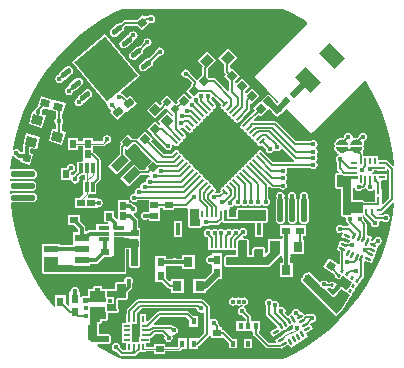
<source format=gtl>
G04*
G04 #@! TF.GenerationSoftware,Altium Limited,Altium Designer,20.1.7 (139)*
G04*
G04 Layer_Physical_Order=1*
G04 Layer_Color=255*
%FSLAX44Y44*%
%MOMM*%
G71*
G04*
G04 #@! TF.SameCoordinates,99CDB543-8891-4245-8F14-29871282C811*
G04*
G04*
G04 #@! TF.FilePolarity,Positive*
G04*
G01*
G75*
%ADD10C,0.1000*%
%ADD11C,0.2000*%
%ADD13C,0.1500*%
%ADD14C,0.1524*%
%ADD16R,0.6400X0.6000*%
%ADD17R,0.6000X0.7000*%
%ADD18R,0.7000X0.6000*%
G04:AMPARAMS|DCode=19|XSize=0.45mm|YSize=1.05mm|CornerRadius=0mm|HoleSize=0mm|Usage=FLASHONLY|Rotation=130.000|XOffset=0mm|YOffset=0mm|HoleType=Round|Shape=Round|*
%AMOVALD19*
21,1,0.6000,0.4500,0.0000,0.0000,220.0*
1,1,0.4500,0.2298,0.1928*
1,1,0.4500,-0.2298,-0.1928*
%
%ADD19OVALD19*%

%ADD20R,0.3000X0.8500*%
G04:AMPARAMS|DCode=21|XSize=0.85mm|YSize=0.3mm|CornerRadius=0mm|HoleSize=0mm|Usage=FLASHONLY|Rotation=90.000|XOffset=0mm|YOffset=0mm|HoleType=Round|Shape=Octagon|*
%AMOCTAGOND21*
4,1,8,0.0750,0.4250,-0.0750,0.4250,-0.1500,0.3500,-0.1500,-0.3500,-0.0750,-0.4250,0.0750,-0.4250,0.1500,-0.3500,0.1500,0.3500,0.0750,0.4250,0.0*
%
%ADD21OCTAGOND21*%

G04:AMPARAMS|DCode=22|XSize=0.5mm|YSize=2mm|CornerRadius=0mm|HoleSize=0mm|Usage=FLASHONLY|Rotation=270.000|XOffset=0mm|YOffset=0mm|HoleType=Round|Shape=Octagon|*
%AMOCTAGOND22*
4,1,8,1.0000,0.1250,1.0000,-0.1250,0.8750,-0.2500,-0.8750,-0.2500,-1.0000,-0.1250,-1.0000,0.1250,-0.8750,0.2500,0.8750,0.2500,1.0000,0.1250,0.0*
%
%ADD22OCTAGOND22*%

G04:AMPARAMS|DCode=23|XSize=0.5mm|YSize=2mm|CornerRadius=0mm|HoleSize=0mm|Usage=FLASHONLY|Rotation=0.000|XOffset=0mm|YOffset=0mm|HoleType=Round|Shape=Octagon|*
%AMOCTAGOND23*
4,1,8,-0.1250,1.0000,0.1250,1.0000,0.2500,0.8750,0.2500,-0.8750,0.1250,-1.0000,-0.1250,-1.0000,-0.2500,-0.8750,-0.2500,0.8750,-0.1250,1.0000,0.0*
%
%ADD23OCTAGOND23*%

G04:AMPARAMS|DCode=24|XSize=0.2mm|YSize=0.65mm|CornerRadius=0mm|HoleSize=0mm|Usage=FLASHONLY|Rotation=45.000|XOffset=0mm|YOffset=0mm|HoleType=Round|Shape=Round|*
%AMOVALD24*
21,1,0.4500,0.2000,0.0000,0.0000,135.0*
1,1,0.2000,0.1591,-0.1591*
1,1,0.2000,-0.1591,0.1591*
%
%ADD24OVALD24*%

G04:AMPARAMS|DCode=25|XSize=0.64mm|YSize=0.6mm|CornerRadius=0mm|HoleSize=0mm|Usage=FLASHONLY|Rotation=45.000|XOffset=0mm|YOffset=0mm|HoleType=Round|Shape=Rectangle|*
%AMROTATEDRECTD25*
4,1,4,-0.0141,-0.4384,-0.4384,-0.0141,0.0141,0.4384,0.4384,0.0141,-0.0141,-0.4384,0.0*
%
%ADD25ROTATEDRECTD25*%

G04:AMPARAMS|DCode=26|XSize=0.8mm|YSize=0.9mm|CornerRadius=0mm|HoleSize=0mm|Usage=FLASHONLY|Rotation=315.000|XOffset=0mm|YOffset=0mm|HoleType=Round|Shape=Rectangle|*
%AMROTATEDRECTD26*
4,1,4,-0.6010,-0.0354,0.0354,0.6010,0.6010,0.0354,-0.0354,-0.6010,-0.6010,-0.0354,0.0*
%
%ADD26ROTATEDRECTD26*%

G04:AMPARAMS|DCode=27|XSize=0.64mm|YSize=0.6mm|CornerRadius=0mm|HoleSize=0mm|Usage=FLASHONLY|Rotation=315.000|XOffset=0mm|YOffset=0mm|HoleType=Round|Shape=Rectangle|*
%AMROTATEDRECTD27*
4,1,4,-0.4384,0.0141,-0.0141,0.4384,0.4384,-0.0141,0.0141,-0.4384,-0.4384,0.0141,0.0*
%
%ADD27ROTATEDRECTD27*%

%ADD28P,6.6468X4X90.0*%
G04:AMPARAMS|DCode=29|XSize=0.2mm|YSize=0.65mm|CornerRadius=0mm|HoleSize=0mm|Usage=FLASHONLY|Rotation=135.000|XOffset=0mm|YOffset=0mm|HoleType=Round|Shape=Round|*
%AMOVALD29*
21,1,0.4500,0.2000,0.0000,0.0000,225.0*
1,1,0.2000,0.1591,0.1591*
1,1,0.2000,-0.1591,-0.1591*
%
%ADD29OVALD29*%

G04:AMPARAMS|DCode=30|XSize=0.54mm|YSize=0.48mm|CornerRadius=0mm|HoleSize=0mm|Usage=FLASHONLY|Rotation=135.000|XOffset=0mm|YOffset=0mm|HoleType=Round|Shape=Rectangle|*
%AMROTATEDRECTD30*
4,1,4,0.3606,-0.0212,0.0212,-0.3606,-0.3606,0.0212,-0.0212,0.3606,0.3606,-0.0212,0.0*
%
%ADD30ROTATEDRECTD30*%

G04:AMPARAMS|DCode=31|XSize=0.54mm|YSize=0.48mm|CornerRadius=0mm|HoleSize=0mm|Usage=FLASHONLY|Rotation=45.000|XOffset=0mm|YOffset=0mm|HoleType=Round|Shape=Rectangle|*
%AMROTATEDRECTD31*
4,1,4,-0.0212,-0.3606,-0.3606,-0.0212,0.0212,0.3606,0.3606,0.0212,-0.0212,-0.3606,0.0*
%
%ADD31ROTATEDRECTD31*%

G04:AMPARAMS|DCode=32|XSize=1.8mm|YSize=1.2mm|CornerRadius=0mm|HoleSize=0mm|Usage=FLASHONLY|Rotation=135.000|XOffset=0mm|YOffset=0mm|HoleType=Round|Shape=Rectangle|*
%AMROTATEDRECTD32*
4,1,4,1.0607,-0.2121,0.2121,-1.0607,-1.0607,0.2121,-0.2121,1.0607,1.0607,-0.2121,0.0*
%
%ADD32ROTATEDRECTD32*%

G04:AMPARAMS|DCode=33|XSize=0.8mm|YSize=0.9mm|CornerRadius=0mm|HoleSize=0mm|Usage=FLASHONLY|Rotation=75.000|XOffset=0mm|YOffset=0mm|HoleType=Round|Shape=Rectangle|*
%AMROTATEDRECTD33*
4,1,4,0.3311,-0.5028,-0.5382,-0.2699,-0.3311,0.5028,0.5382,0.2699,0.3311,-0.5028,0.0*
%
%ADD33ROTATEDRECTD33*%

G04:AMPARAMS|DCode=34|XSize=0.64mm|YSize=0.6mm|CornerRadius=0mm|HoleSize=0mm|Usage=FLASHONLY|Rotation=255.000|XOffset=0mm|YOffset=0mm|HoleType=Round|Shape=Rectangle|*
%AMROTATEDRECTD34*
4,1,4,-0.2070,0.3867,0.3726,0.2314,0.2070,-0.3867,-0.3726,-0.2314,-0.2070,0.3867,0.0*
%
%ADD34ROTATEDRECTD34*%

G04:AMPARAMS|DCode=35|XSize=0.6mm|YSize=0.75mm|CornerRadius=0mm|HoleSize=0mm|Usage=FLASHONLY|Rotation=75.000|XOffset=0mm|YOffset=0mm|HoleType=Round|Shape=Rectangle|*
%AMROTATEDRECTD35*
4,1,4,0.2846,-0.3868,-0.4399,-0.1927,-0.2846,0.3868,0.4399,0.1927,0.2846,-0.3868,0.0*
%
%ADD35ROTATEDRECTD35*%

%ADD36R,0.7500X0.6000*%
%ADD37R,0.6000X0.7500*%
%ADD38R,0.3500X0.2500*%
%ADD39R,1.2500X0.9000*%
%ADD40R,0.4000X0.3500*%
%ADD41R,0.4000X0.4500*%
%ADD42R,0.6000X0.6400*%
G04:AMPARAMS|DCode=43|XSize=0.64mm|YSize=0.6mm|CornerRadius=0mm|HoleSize=0mm|Usage=FLASHONLY|Rotation=145.000|XOffset=0mm|YOffset=0mm|HoleType=Round|Shape=Rectangle|*
%AMROTATEDRECTD43*
4,1,4,0.4342,0.0622,0.0901,-0.4293,-0.4342,-0.0622,-0.0901,0.4293,0.4342,0.0622,0.0*
%
%ADD43ROTATEDRECTD43*%

%ADD44R,0.4000X0.6000*%
%ADD45R,1.7000X0.7000*%
G04:AMPARAMS|DCode=46|XSize=0.8mm|YSize=0.75mm|CornerRadius=0mm|HoleSize=0mm|Usage=FLASHONLY|Rotation=45.000|XOffset=0mm|YOffset=0mm|HoleType=Round|Shape=Rectangle|*
%AMROTATEDRECTD46*
4,1,4,-0.0177,-0.5480,-0.5480,-0.0177,0.0177,0.5480,0.5480,0.0177,-0.0177,-0.5480,0.0*
%
%ADD46ROTATEDRECTD46*%

G04:AMPARAMS|DCode=47|XSize=0.75mm|YSize=1.4mm|CornerRadius=0mm|HoleSize=0mm|Usage=FLASHONLY|Rotation=315.000|XOffset=0mm|YOffset=0mm|HoleType=Round|Shape=Rectangle|*
%AMROTATEDRECTD47*
4,1,4,-0.7601,-0.2298,0.2298,0.7601,0.7601,0.2298,-0.2298,-0.7601,-0.7601,-0.2298,0.0*
%
%ADD47ROTATEDRECTD47*%

G04:AMPARAMS|DCode=48|XSize=0.6mm|YSize=0.75mm|CornerRadius=0mm|HoleSize=0mm|Usage=FLASHONLY|Rotation=130.000|XOffset=0mm|YOffset=0mm|HoleType=Round|Shape=Rectangle|*
%AMROTATEDRECTD48*
4,1,4,0.4801,0.0112,-0.0944,-0.4709,-0.4801,-0.0112,0.0944,0.4709,0.4801,0.0112,0.0*
%
%ADD48ROTATEDRECTD48*%

G04:AMPARAMS|DCode=49|XSize=0.64mm|YSize=0.6mm|CornerRadius=0mm|HoleSize=0mm|Usage=FLASHONLY|Rotation=220.000|XOffset=0mm|YOffset=0mm|HoleType=Round|Shape=Rectangle|*
%AMROTATEDRECTD49*
4,1,4,0.0523,0.4355,0.4380,-0.0241,-0.0523,-0.4355,-0.4380,0.0241,0.0523,0.4355,0.0*
%
%ADD49ROTATEDRECTD49*%

%ADD50R,0.8000X0.9000*%
%ADD51R,0.2200X0.6500*%
%ADD52R,0.2200X0.5500*%
%ADD53R,0.5500X0.2200*%
G04:AMPARAMS|DCode=54|XSize=0.65mm|YSize=0.22mm|CornerRadius=0mm|HoleSize=0mm|Usage=FLASHONLY|Rotation=250.000|XOffset=0mm|YOffset=0mm|HoleType=Round|Shape=Rectangle|*
%AMROTATEDRECTD54*
4,1,4,0.0078,0.3430,0.2145,0.2678,-0.0078,-0.3430,-0.2145,-0.2678,0.0078,0.3430,0.0*
%
%ADD54ROTATEDRECTD54*%

G04:AMPARAMS|DCode=55|XSize=0.55mm|YSize=0.22mm|CornerRadius=0mm|HoleSize=0mm|Usage=FLASHONLY|Rotation=250.000|XOffset=0mm|YOffset=0mm|HoleType=Round|Shape=Rectangle|*
%AMROTATEDRECTD55*
4,1,4,-0.0093,0.2960,0.1974,0.2208,0.0093,-0.2960,-0.1974,-0.2208,-0.0093,0.2960,0.0*
%
%ADD55ROTATEDRECTD55*%

G04:AMPARAMS|DCode=56|XSize=0.55mm|YSize=0.22mm|CornerRadius=0mm|HoleSize=0mm|Usage=FLASHONLY|Rotation=340.000|XOffset=0mm|YOffset=0mm|HoleType=Round|Shape=Rectangle|*
%AMROTATEDRECTD56*
4,1,4,-0.2960,-0.0093,-0.2208,0.1974,0.2960,0.0093,0.2208,-0.1974,-0.2960,-0.0093,0.0*
%
%ADD56ROTATEDRECTD56*%

G04:AMPARAMS|DCode=57|XSize=0.275mm|YSize=0.25mm|CornerRadius=0mm|HoleSize=0mm|Usage=FLASHONLY|Rotation=55.000|XOffset=0mm|YOffset=0mm|HoleType=Round|Shape=Rectangle|*
%AMROTATEDRECTD57*
4,1,4,0.0235,-0.1843,-0.1813,-0.0409,-0.0235,0.1843,0.1813,0.0409,0.0235,-0.1843,0.0*
%
%ADD57ROTATEDRECTD57*%

%ADD58R,0.3800X1.1000*%
%ADD59R,0.2300X0.6300*%
%ADD60R,0.6500X0.2200*%
G04:AMPARAMS|DCode=61|XSize=0.65mm|YSize=0.22mm|CornerRadius=0mm|HoleSize=0mm|Usage=FLASHONLY|Rotation=302.000|XOffset=0mm|YOffset=0mm|HoleType=Round|Shape=Rectangle|*
%AMROTATEDRECTD61*
4,1,4,-0.2655,0.2173,-0.0789,0.3339,0.2655,-0.2173,0.0789,-0.3339,-0.2655,0.2173,0.0*
%
%ADD61ROTATEDRECTD61*%

G04:AMPARAMS|DCode=62|XSize=0.55mm|YSize=0.22mm|CornerRadius=0mm|HoleSize=0mm|Usage=FLASHONLY|Rotation=302.000|XOffset=0mm|YOffset=0mm|HoleType=Round|Shape=Rectangle|*
%AMROTATEDRECTD62*
4,1,4,-0.2390,0.1749,-0.0524,0.2915,0.2390,-0.1749,0.0524,-0.2915,-0.2390,0.1749,0.0*
%
%ADD62ROTATEDRECTD62*%

G04:AMPARAMS|DCode=63|XSize=0.55mm|YSize=0.22mm|CornerRadius=0mm|HoleSize=0mm|Usage=FLASHONLY|Rotation=32.000|XOffset=0mm|YOffset=0mm|HoleType=Round|Shape=Rectangle|*
%AMROTATEDRECTD63*
4,1,4,-0.1749,-0.2390,-0.2915,-0.0524,0.1749,0.2390,0.2915,0.0524,-0.1749,-0.2390,0.0*
%
%ADD63ROTATEDRECTD63*%

%ADD64R,0.4000X0.5000*%
%ADD65R,0.2750X0.2500*%
%ADD66R,0.9500X0.3000*%
%ADD67R,1.1500X0.6000*%
G04:AMPARAMS|DCode=72|XSize=4.3mm|YSize=3.4mm|CornerRadius=0mm|HoleSize=0mm|Usage=FLASHONLY|Rotation=130.000|XOffset=0mm|YOffset=0mm|HoleType=Round|Shape=Rectangle|*
%AMROTATEDRECTD72*
4,1,4,2.6843,-0.5543,0.0797,-2.7397,-2.6843,0.5543,-0.0797,2.7397,2.6843,-0.5543,0.0*
%
%ADD72ROTATEDRECTD72*%

%ADD124C,0.5000*%
%ADD127C,0.2000*%
%ADD128C,0.1050*%
%ADD129C,0.1300*%
%ADD130C,0.3000*%
%ADD131C,0.1720*%
%ADD132C,0.5000*%
%ADD133C,0.4000*%
%ADD134C,0.4500*%
%ADD135C,0.6600*%
G36*
X131469Y37511D02*
X132180Y37257D01*
X133552Y36419D01*
X134365Y35581D01*
X134940Y34663D01*
X135254Y33651D01*
X135076Y33143D01*
X134550Y32843D01*
X125930D01*
X125195Y33600D01*
X125580Y34783D01*
X126008Y35429D01*
X126745Y36165D01*
X127329Y36699D01*
X128320Y37283D01*
X129259Y37562D01*
X131469Y37511D01*
D02*
G37*
G36*
X119469D02*
X120180Y37257D01*
X121552Y36419D01*
X122365Y35581D01*
X122940Y34663D01*
X123254Y33651D01*
X123076Y33143D01*
X122550Y32843D01*
X113930D01*
X113195Y33600D01*
X113580Y34783D01*
X114008Y35429D01*
X114745Y36165D01*
X115329Y36699D01*
X116320Y37283D01*
X117259Y37562D01*
X119469Y37511D01*
D02*
G37*
G36*
X135305Y30552D02*
X134920Y29368D01*
X134492Y28723D01*
X133755Y27986D01*
X133171Y27453D01*
X132180Y26869D01*
X131241Y26589D01*
X129031Y26640D01*
X128320Y26894D01*
X126948Y27732D01*
X126135Y28571D01*
X125560Y29488D01*
X125246Y30501D01*
X125424Y31009D01*
X125950Y31308D01*
X134570D01*
X135305Y30552D01*
D02*
G37*
G36*
X123305D02*
X122920Y29368D01*
X122492Y28723D01*
X121755Y27986D01*
X121171Y27453D01*
X120180Y26869D01*
X119241Y26589D01*
X117031Y26640D01*
X116320Y26894D01*
X114948Y27732D01*
X114135Y28571D01*
X113560Y29488D01*
X113246Y30501D01*
X113424Y31009D01*
X113950Y31308D01*
X122570D01*
X123305Y30552D01*
D02*
G37*
G36*
X74170Y145567D02*
X85363Y139299D01*
X88618Y137124D01*
X88742Y135860D01*
X44979Y92097D01*
X44503Y90949D01*
X44979Y89801D01*
X54765Y80015D01*
X65014Y69767D01*
X63466Y68219D01*
X61916Y69769D01*
X62117Y69970D01*
X61173Y70913D01*
X61104Y71079D01*
X56579Y75605D01*
X56413Y75673D01*
X55470Y76617D01*
X54526Y75673D01*
X54361Y75605D01*
X50118Y71362D01*
X50049Y71196D01*
D01*
X48304Y69451D01*
X48138Y69382D01*
X43896Y65139D01*
X43827Y64974D01*
X43757Y64904D01*
X42883Y64030D01*
X43827Y63087D01*
X43896Y62921D01*
X44516Y62301D01*
X36553Y54338D01*
X36475Y54306D01*
X36255Y54085D01*
X35966Y53966D01*
X32785Y50784D01*
X32665Y50495D01*
X32444Y50275D01*
X32127Y49509D01*
Y49509D01*
X32127Y49509D01*
X32127Y48996D01*
X32110Y48909D01*
X32127Y48822D01*
Y48309D01*
X32127Y48309D01*
X32444Y47544D01*
X32444Y47543D01*
X32807Y47181D01*
X32857Y47107D01*
X32931Y47057D01*
X33293Y46694D01*
X33293Y46694D01*
X34059Y46377D01*
X34938Y46081D01*
X35133Y45105D01*
X35685Y44278D01*
X36512Y43726D01*
X37487Y43532D01*
X37767Y43252D01*
X37961Y42277D01*
X38514Y41450D01*
X39340Y40897D01*
X40316Y40703D01*
X40595Y40424D01*
X40789Y39448D01*
X41342Y38621D01*
X42169Y38069D01*
X43144Y37875D01*
X43424Y37595D01*
X43618Y36620D01*
X44170Y35793D01*
X44997Y35240D01*
X45973Y35046D01*
X46252Y34767D01*
X46446Y33791D01*
X46999Y32964D01*
X47826Y32412D01*
X48801Y32218D01*
X49777Y32412D01*
X50416Y32839D01*
X53485Y29771D01*
X53431Y29500D01*
X53703Y28134D01*
X54477Y26977D01*
X55634Y26203D01*
X57000Y25931D01*
X58366Y26203D01*
X59523Y26977D01*
X60051Y27767D01*
X60310Y28135D01*
X61594Y28147D01*
X61884Y27953D01*
X63250Y27681D01*
X64616Y27953D01*
X65773Y28727D01*
X66258Y29452D01*
X67723Y29783D01*
X77378Y20128D01*
X77847Y19814D01*
X77570Y18544D01*
X59783D01*
X54359Y23968D01*
X54338Y24075D01*
X53786Y24902D01*
X50603Y28084D01*
X49777Y28637D01*
X48801Y28830D01*
X47826Y28637D01*
X46999Y28084D01*
X46446Y27257D01*
X46252Y26282D01*
X45973Y26002D01*
X44997Y25808D01*
X44170Y25256D01*
X43618Y24429D01*
X43424Y23453D01*
X43144Y23174D01*
X42169Y22980D01*
X41342Y22427D01*
X40789Y21600D01*
X40595Y20625D01*
X40316Y20345D01*
X39340Y20151D01*
X38514Y19599D01*
X37961Y18772D01*
X37767Y17796D01*
X37487Y17517D01*
X36512Y17323D01*
X35685Y16770D01*
X35133Y15943D01*
X34938Y14968D01*
X34659Y14688D01*
X33684Y14494D01*
X32857Y13942D01*
X32304Y13115D01*
X32110Y12140D01*
X31830Y11860D01*
X30855Y11666D01*
X30028Y11113D01*
X29476Y10287D01*
X29282Y9311D01*
X29002Y9032D01*
X28027Y8838D01*
X27200Y8285D01*
X26647Y7458D01*
X26453Y6483D01*
X26174Y6203D01*
X25198Y6009D01*
X24371Y5457D01*
X23819Y4630D01*
X23625Y3654D01*
X23345Y3375D01*
X22370Y3181D01*
X21543Y2628D01*
X20990Y1801D01*
X20796Y826D01*
X20517Y546D01*
X19541Y352D01*
X18714Y-200D01*
X18162Y-1027D01*
X17968Y-2003D01*
X17688Y-2282D01*
X16713Y-2476D01*
X15886Y-3029D01*
X15333Y-3856D01*
X15139Y-4831D01*
X15333Y-5807D01*
X15717Y-6380D01*
X14146Y-7951D01*
X11484D01*
X11293Y-7717D01*
X11006Y-6633D01*
X11558Y-5807D01*
X11752Y-4831D01*
X11558Y-3856D01*
X11006Y-3029D01*
X10179Y-2476D01*
X9203Y-2282D01*
X8924Y-2003D01*
X8730Y-1027D01*
X8177Y-200D01*
X7350Y352D01*
X6375Y546D01*
X6095Y826D01*
X5901Y1801D01*
X5349Y2628D01*
X4522Y3181D01*
X3546Y3375D01*
X3267Y3654D01*
X3073Y4630D01*
X2520Y5457D01*
X1693Y6009D01*
X718Y6203D01*
X438Y6483D01*
X244Y7458D01*
X-308Y8285D01*
X-1135Y8838D01*
X-2111Y9032D01*
X-2390Y9311D01*
X-2584Y10287D01*
X-3137Y11113D01*
X-3963Y11666D01*
X-4939Y11860D01*
X-5218Y12140D01*
X-5412Y13115D01*
X-5965Y13942D01*
X-6792Y14494D01*
X-7767Y14688D01*
X-8047Y14968D01*
X-8241Y15943D01*
X-8794Y16770D01*
X-9620Y17323D01*
X-10596Y17517D01*
X-10875Y17796D01*
X-11069Y18772D01*
X-11622Y19599D01*
X-12449Y20151D01*
X-13424Y20345D01*
X-13704Y20625D01*
X-13898Y21600D01*
X-14450Y22427D01*
X-15277Y22980D01*
X-16253Y23174D01*
X-16532Y23453D01*
X-16726Y24429D01*
X-17279Y25256D01*
X-18106Y25808D01*
X-19081Y26002D01*
X-19361Y26282D01*
X-19555Y27257D01*
X-20107Y28084D01*
X-20934Y28637D01*
X-21909Y28830D01*
X-22885Y28637D01*
X-23712Y28084D01*
X-26402Y25394D01*
X-32399D01*
X-43835Y36829D01*
X-42133Y38530D01*
X-48497Y44894D01*
X-55144Y38247D01*
X-56177Y38428D01*
X-59531D01*
X-63331Y42228D01*
X-69978Y35581D01*
X-68418Y34021D01*
X-69562Y32878D01*
X-70059Y32133D01*
X-70234Y31255D01*
Y25194D01*
X-79960Y15467D01*
X-72536Y8043D01*
X-60515Y20063D01*
X-65646Y25194D01*
Y29453D01*
X-64376Y29979D01*
X-63614Y29217D01*
X-58991Y33840D01*
X-57127D01*
X-42853Y19566D01*
X-48533Y13886D01*
X-48021Y13374D01*
X-48547Y12104D01*
X-52556D01*
X-57687Y17235D01*
X-69707Y5214D01*
X-62283Y-2210D01*
X-52556Y7516D01*
X-46245D01*
X-45367Y7691D01*
X-44081Y7040D01*
X-44037Y6928D01*
X-44714Y5781D01*
X-45963Y5532D01*
X-47204Y4704D01*
X-48032Y3463D01*
X-48231Y2465D01*
X-49000Y1323D01*
X-50463Y1032D01*
X-51704Y204D01*
X-52532Y-1037D01*
X-52823Y-2500D01*
X-53965Y-3269D01*
X-54963Y-3468D01*
X-56204Y-4296D01*
X-57032Y-5537D01*
X-57270Y-6732D01*
X-57750Y-7931D01*
X-59116Y-8203D01*
X-60273Y-8977D01*
X-61047Y-10134D01*
X-61319Y-11500D01*
X-61047Y-12866D01*
X-60273Y-14023D01*
X-59116Y-14797D01*
X-57750Y-15069D01*
X-56384Y-14797D01*
X-55227Y-14023D01*
X-55073Y-13794D01*
X-45450D01*
Y-23691D01*
X-46778D01*
X-47134Y-23453D01*
X-48500Y-23181D01*
X-49866Y-23453D01*
X-51023Y-24227D01*
X-51797Y-25384D01*
X-52069Y-26750D01*
X-51797Y-28116D01*
X-51023Y-29273D01*
X-49866Y-30047D01*
X-48500Y-30319D01*
X-47134Y-30047D01*
X-46778Y-29809D01*
X-45450D01*
Y-31150D01*
X-36050D01*
Y-20399D01*
X-33450D01*
Y-22350D01*
X-24050D01*
Y-20399D01*
X-14350D01*
X-13375Y-20205D01*
X-13149Y-20055D01*
X-12124Y-20896D01*
X-12374Y-21500D01*
Y-35250D01*
X-11898Y-36398D01*
X-10750Y-36874D01*
X-1750D01*
X-602Y-36398D01*
X-177Y-35371D01*
X83Y-35186D01*
X117Y-35172D01*
X1144Y-34842D01*
X2004Y-35417D01*
X3370Y-35688D01*
X4735Y-35417D01*
X5667Y-34794D01*
X12500D01*
X13378Y-34619D01*
X14122Y-34122D01*
X16103Y-32142D01*
X17348Y-32389D01*
X17352Y-32398D01*
X18500Y-32874D01*
X44750Y-32874D01*
Y-45250D01*
X51550D01*
Y-32874D01*
X53750D01*
X54898Y-32398D01*
X55374Y-31250D01*
X55374Y-21750D01*
X54898Y-20602D01*
X53750Y-20127D01*
X30400Y-20127D01*
X29860Y-20350D01*
X29100D01*
Y-20969D01*
X28776Y-21750D01*
Y-28026D01*
X22724D01*
Y-21750D01*
X22400Y-20969D01*
Y-20949D01*
X23168Y-19933D01*
X23437Y-19786D01*
X24713Y-19532D01*
X25954Y-18704D01*
X26101Y-18483D01*
X27046Y-17704D01*
X28287Y-18532D01*
X29750Y-18823D01*
X31213Y-18532D01*
X31807Y-18135D01*
X32750Y-17807D01*
X33693Y-18135D01*
X34287Y-18532D01*
X35750Y-18823D01*
X37213Y-18532D01*
X37843Y-18112D01*
X38977Y-17523D01*
X40134Y-18297D01*
X41500Y-18569D01*
X42866Y-18297D01*
X44023Y-17523D01*
X44477D01*
X45634Y-18297D01*
X47000Y-18569D01*
X48366Y-18297D01*
X49523Y-17523D01*
X50284D01*
X50889Y-17765D01*
X52037Y-18532D01*
X53500Y-18823D01*
X54963Y-18532D01*
X56204Y-17704D01*
X57032Y-16463D01*
X57323Y-15000D01*
X57032Y-13537D01*
X56204Y-12296D01*
X55794Y-12023D01*
Y-2653D01*
X57064Y-2127D01*
X57809Y-2872D01*
X57809Y-2872D01*
X58553Y-3369D01*
X59431Y-3544D01*
X59431Y-3544D01*
X65323D01*
X65477Y-3773D01*
X66634Y-4547D01*
X68000Y-4819D01*
X69366Y-4547D01*
X70523Y-3773D01*
X71297Y-2616D01*
X71569Y-1250D01*
X71297Y116D01*
X70523Y1273D01*
X70386Y1365D01*
Y2635D01*
X70523Y2727D01*
X71297Y3884D01*
X71569Y5250D01*
X71297Y6616D01*
X70523Y7773D01*
Y8477D01*
X71297Y9634D01*
X71569Y11000D01*
X71297Y12366D01*
X71083Y12686D01*
X71762Y13956D01*
X91323D01*
X91477Y13727D01*
X92634Y12953D01*
X94000Y12681D01*
X95366Y12953D01*
X96523Y13727D01*
X97297Y14884D01*
X97569Y16250D01*
X97297Y17616D01*
X96523Y18773D01*
Y19227D01*
X97297Y20384D01*
X97569Y21750D01*
X97297Y23116D01*
X97020Y23531D01*
X96617Y24500D01*
X97020Y25469D01*
X97297Y25884D01*
X97569Y27250D01*
X97297Y28616D01*
X96558Y29722D01*
X96386Y30057D01*
Y30942D01*
X96558Y31278D01*
X97297Y32384D01*
X97569Y33750D01*
X97297Y35116D01*
X96523Y36273D01*
X95366Y37047D01*
X94000Y37319D01*
X92634Y37047D01*
X91477Y36273D01*
X91323Y36044D01*
X79461D01*
X72252Y43252D01*
X72141Y43363D01*
X63133Y52372D01*
X62388Y52869D01*
X61510Y53044D01*
X43988D01*
X43502Y54217D01*
X47403Y58118D01*
X48977Y57936D01*
X49530Y57383D01*
X50474Y58327D01*
X50639Y58396D01*
X54882Y62638D01*
X54951Y62804D01*
D01*
X55195Y63048D01*
X56850Y63188D01*
X58732Y61307D01*
X58785Y61179D01*
X62179Y57785D01*
X62344Y57716D01*
X63288Y56772D01*
X64231Y57716D01*
X64397Y57785D01*
X65526Y58913D01*
X66244Y59393D01*
X66333Y59527D01*
X66482Y59588D01*
X70837Y63943D01*
X90941Y43839D01*
X92089Y43363D01*
X93237Y43839D01*
X136774Y87375D01*
X138038Y87251D01*
X139299Y85363D01*
X145567Y74170D01*
X150938Y62520D01*
X155378Y50485D01*
X158860Y38139D01*
X161363Y25557D01*
X162521Y15769D01*
X161312Y15183D01*
X157122Y19372D01*
X156378Y19869D01*
X156000Y19945D01*
Y20350D01*
X148600D01*
Y23750D01*
X136294D01*
Y25201D01*
X136294Y25202D01*
X136119Y26079D01*
X135622Y26824D01*
X135845Y27825D01*
X136273Y28470D01*
X136316Y28693D01*
X136464Y28866D01*
X136849Y30050D01*
X136829Y30299D01*
X136928Y30528D01*
X136802Y30845D01*
X136776Y30978D01*
X136751Y31289D01*
X136706Y31327D01*
X136686Y31429D01*
X136254Y32076D01*
X136607Y32605D01*
X136608Y32606D01*
X136609Y32607D01*
X136686Y32723D01*
X136735Y32967D01*
X136786Y33114D01*
X136781Y33202D01*
X136862Y33605D01*
X136790Y33968D01*
X136805Y34131D01*
X136791Y34175D01*
X136794Y34180D01*
X136784Y34251D01*
X136731Y34380D01*
X136491Y35144D01*
X136391Y35264D01*
X136418Y35711D01*
X136860Y36510D01*
X137085Y36697D01*
X137116Y36703D01*
X138273Y37477D01*
X139047Y38634D01*
X139319Y40000D01*
X139047Y41366D01*
X138273Y42523D01*
X137116Y43297D01*
X135750Y43569D01*
X134384Y43297D01*
X133227Y42523D01*
X132453Y41366D01*
X132207Y40131D01*
X131217Y39141D01*
X131184Y39142D01*
X130250Y39265D01*
X129594Y39179D01*
X129297Y39185D01*
X129117Y39116D01*
X128987Y39099D01*
X128797Y39118D01*
X128526Y39038D01*
X128499Y39034D01*
X128462Y39019D01*
X128150Y38926D01*
X127344Y39437D01*
X127029Y39803D01*
X127069Y40000D01*
X126797Y41366D01*
X126023Y42523D01*
X124866Y43297D01*
X123500Y43569D01*
X122134Y43297D01*
X120977Y42523D01*
X120203Y41366D01*
X119931Y40000D01*
X119042Y39161D01*
X118250Y39265D01*
X117594Y39179D01*
X117297Y39185D01*
X117117Y39116D01*
X116987Y39099D01*
X116797Y39118D01*
X116526Y39038D01*
X116499Y39034D01*
X116461Y39019D01*
X115857Y38839D01*
X115698Y38710D01*
X115495Y38681D01*
X115137Y38470D01*
X114868Y38359D01*
X114602Y38154D01*
X114504Y38097D01*
X114473Y38056D01*
X114296Y37920D01*
X114234Y37898D01*
X114063Y37741D01*
X113467Y37283D01*
X113135Y36851D01*
X112860Y36577D01*
X112795Y36421D01*
X112655Y36326D01*
X112227Y35681D01*
X112184Y35458D01*
X112036Y35285D01*
X111651Y34102D01*
X111671Y33853D01*
X111572Y33623D01*
X111698Y33307D01*
X111724Y33173D01*
X111749Y32863D01*
X111794Y32824D01*
X111814Y32723D01*
X112246Y32076D01*
X111893Y31546D01*
X111892Y31545D01*
X111891Y31544D01*
X111814Y31429D01*
X111765Y31185D01*
X111714Y31037D01*
X111719Y30950D01*
X111638Y30546D01*
X111710Y30184D01*
X111695Y30020D01*
X111709Y29976D01*
X111706Y29971D01*
X111716Y29901D01*
X111769Y29771D01*
X112009Y29008D01*
X112148Y28840D01*
X112184Y28626D01*
X112359Y28347D01*
X112391Y28269D01*
X112482Y28152D01*
X112760Y27708D01*
X112892Y27614D01*
X112913Y27582D01*
X112970Y27440D01*
X113246Y27155D01*
X113467Y26868D01*
X113693Y26694D01*
X113782Y26602D01*
X113853Y26572D01*
X114045Y26424D01*
X114101Y26347D01*
X114319Y26214D01*
X114868Y25793D01*
X115303Y25612D01*
X115330Y24906D01*
X115244Y24542D01*
X115152Y24300D01*
X115134Y24297D01*
X113977Y23523D01*
X113203Y22366D01*
X112931Y21000D01*
X113203Y19634D01*
X113951Y18515D01*
Y13250D01*
X114145Y12275D01*
X114698Y11448D01*
X115848Y10297D01*
X115362Y9124D01*
X113750D01*
X112602Y8648D01*
X112126Y7500D01*
Y-2250D01*
X112602Y-3398D01*
X113750Y-3874D01*
X117126D01*
Y-26250D01*
X117602Y-27398D01*
X118750Y-27874D01*
X120800D01*
X121602Y-29144D01*
X121431Y-30000D01*
X121703Y-31366D01*
X122477Y-32523D01*
X122861Y-32780D01*
X122881Y-32878D01*
X123378Y-33622D01*
X123942Y-34186D01*
X123416Y-35456D01*
X118927D01*
X118773Y-35227D01*
X117616Y-34453D01*
X116250Y-34181D01*
X114884Y-34453D01*
X113727Y-35227D01*
X112953Y-36384D01*
X112681Y-37750D01*
X112953Y-39116D01*
X113727Y-40273D01*
X114884Y-41047D01*
X116250Y-41319D01*
X117616Y-41047D01*
X117667Y-41013D01*
X118718Y-41838D01*
X117628Y-44833D01*
X125194Y-47586D01*
X125210Y-47629D01*
X125297Y-48928D01*
X124477Y-49477D01*
X124323Y-49706D01*
X122830D01*
X116670Y-47464D01*
X115326Y-51157D01*
X114892Y-52350D01*
X114457Y-53544D01*
X113524Y-56109D01*
X116190Y-57079D01*
Y-67910D01*
X114920Y-68131D01*
X107255Y-62764D01*
X102093Y-70136D01*
X109793Y-75528D01*
X109793Y-75528D01*
X110246Y-75488D01*
X112246Y-77488D01*
X111643Y-78350D01*
X116148Y-81505D01*
X119016Y-77409D01*
X122702Y-79990D01*
X122702Y-79991D01*
X126798Y-82858D01*
X124619Y-85970D01*
X123930Y-86954D01*
X123240Y-87939D01*
X122409Y-89126D01*
X121158Y-89345D01*
X118436Y-87424D01*
X117860Y-87294D01*
X117290Y-87140D01*
X117259Y-87158D01*
X117224Y-87150D01*
X116725Y-87465D01*
X116213Y-87760D01*
X113735Y-90981D01*
X111502Y-93633D01*
X110233Y-93687D01*
X105849Y-89303D01*
X106335Y-88130D01*
X108175D01*
X110412Y-89697D01*
X113710Y-84986D01*
X109205Y-81832D01*
X108007Y-83542D01*
X106235D01*
X105523Y-82477D01*
X104366Y-81703D01*
X103000Y-81431D01*
X101634Y-81703D01*
X100477Y-82477D01*
X100450Y-82516D01*
X99186Y-82640D01*
X91187Y-74641D01*
X90650Y-74419D01*
X90125Y-74168D01*
X90082Y-74183D01*
X90040Y-74166D01*
X89502Y-74388D01*
X88953Y-74583D01*
X88509Y-74983D01*
X88250Y-74931D01*
X86884Y-75203D01*
X85727Y-75977D01*
X84953Y-77134D01*
X84699Y-78412D01*
X83850Y-79176D01*
X83840Y-79197D01*
X83818Y-79205D01*
X83574Y-79755D01*
X83314Y-80297D01*
X83322Y-80319D01*
X83313Y-80340D01*
X83279Y-81610D01*
X83288Y-81631D01*
X83279Y-81652D01*
X83509Y-82208D01*
X83725Y-82770D01*
X83746Y-82779D01*
X83754Y-82800D01*
X111852Y-110898D01*
X113000Y-111374D01*
X114148Y-110898D01*
X119148Y-105898D01*
X119224Y-105715D01*
X119384Y-105599D01*
X126134Y-94599D01*
X126227Y-94014D01*
X126342Y-93432D01*
X126324Y-93404D01*
X126329Y-93372D01*
X126238Y-93247D01*
X128176Y-90479D01*
X128865Y-89494D01*
X129555Y-88510D01*
X131733Y-85399D01*
X131733D01*
X134320Y-81704D01*
X136122Y-79902D01*
X136122Y-79902D01*
X136619Y-79158D01*
X136794Y-78280D01*
X136794Y-78280D01*
Y-71740D01*
X136782Y-71677D01*
Y-65924D01*
X136782Y-65924D01*
X137888Y-64977D01*
X143594Y-67054D01*
X146740Y-58408D01*
X146740D01*
X147674Y-55843D01*
X148108Y-54650D01*
X148543Y-53456D01*
X149252Y-51508D01*
X149616Y-51436D01*
X150773Y-50662D01*
X151547Y-49504D01*
X151819Y-48139D01*
X151547Y-46773D01*
X150773Y-45616D01*
X149616Y-44842D01*
X148250Y-44570D01*
X146884Y-44842D01*
X145727Y-45616D01*
X144953Y-46773D01*
X144739Y-47849D01*
X143899Y-48522D01*
X143797Y-48572D01*
X142713Y-47836D01*
X143686Y-45165D01*
X139044Y-43476D01*
Y-33750D01*
X139044Y-33750D01*
X138869Y-32872D01*
X138372Y-32128D01*
X136515Y-30271D01*
X136569Y-30000D01*
X136297Y-28634D01*
X135907Y-28051D01*
X136324Y-26625D01*
X136348Y-26599D01*
X136534Y-26545D01*
X136631Y-26628D01*
X137128Y-27372D01*
X142485Y-32729D01*
X142431Y-33000D01*
X142703Y-34366D01*
X143477Y-35523D01*
X144634Y-36297D01*
X146000Y-36569D01*
X147366Y-36297D01*
X148523Y-35523D01*
X149297Y-34366D01*
X149569Y-33000D01*
X149432Y-32314D01*
X150314Y-31044D01*
X152323D01*
X152477Y-31273D01*
X153634Y-32047D01*
X155000Y-32319D01*
X156366Y-32047D01*
X157523Y-31273D01*
X158297Y-30116D01*
X158569Y-28750D01*
X158297Y-27384D01*
X157523Y-26227D01*
X156366Y-25453D01*
X155000Y-25181D01*
X153634Y-25453D01*
X152477Y-26227D01*
X152323Y-26456D01*
X148805D01*
X148681Y-26270D01*
X149360Y-25000D01*
X151625D01*
Y-24388D01*
X151917Y-24330D01*
X152661Y-23833D01*
X161312Y-15183D01*
X162521Y-15769D01*
X161363Y-25557D01*
X158860Y-38139D01*
X155378Y-50485D01*
X150938Y-62520D01*
X145567Y-74170D01*
X139299Y-85363D01*
X132172Y-96029D01*
X124230Y-106103D01*
X115523Y-115523D01*
X106103Y-124230D01*
X96029Y-132172D01*
X85363Y-139299D01*
X74170Y-145567D01*
X68149Y-148343D01*
X-68149D01*
X-74170Y-145567D01*
X-85363Y-139299D01*
X-89045Y-136839D01*
X-88676Y-135624D01*
X-79250D01*
X-78102Y-135148D01*
X-77626Y-134000D01*
Y-128750D01*
X-78102Y-127602D01*
X-79250Y-127126D01*
X-87876D01*
Y-118374D01*
X-86500D01*
X-85352Y-117898D01*
X-84876Y-116750D01*
Y-115874D01*
X-82000D01*
X-80852Y-115398D01*
X-80376Y-114250D01*
Y-109124D01*
X-72250D01*
X-71102Y-108648D01*
X-70626Y-107500D01*
Y-106050D01*
X-71102Y-104902D01*
X-71576Y-104705D01*
Y-98395D01*
X-71102Y-98198D01*
X-70967Y-97874D01*
X-64750D01*
X-63602Y-97398D01*
X-63126Y-96250D01*
Y-91902D01*
X-60337Y-89113D01*
X-60337Y-89113D01*
X-59674Y-88121D01*
X-59441Y-86950D01*
X-59441Y-86950D01*
Y-84172D01*
X-58968Y-83463D01*
X-58677Y-82000D01*
X-58968Y-80537D01*
X-59796Y-79296D01*
X-61037Y-78468D01*
X-62500Y-78177D01*
X-63963Y-78468D01*
X-65204Y-79296D01*
X-66032Y-80537D01*
X-66323Y-82000D01*
X-66838Y-82626D01*
X-72250D01*
X-73398Y-83102D01*
X-73874Y-84250D01*
Y-88876D01*
X-81000D01*
X-81628Y-89137D01*
X-81643Y-89102D01*
X-82080Y-88921D01*
X-82474Y-88658D01*
X-82637Y-88690D01*
X-82791Y-88626D01*
X-84876D01*
Y-87750D01*
X-85352Y-86602D01*
X-86500Y-86126D01*
X-91000D01*
X-92148Y-86602D01*
X-92624Y-87750D01*
Y-88626D01*
X-95500D01*
X-96648Y-89102D01*
X-97124Y-90250D01*
Y-94876D01*
X-101500D01*
X-102480Y-95282D01*
X-103750Y-94795D01*
Y-91750D01*
X-103879D01*
X-104685Y-90768D01*
X-104681Y-90750D01*
X-104953Y-89384D01*
X-105727Y-88227D01*
X-106884Y-87453D01*
X-108250Y-87181D01*
X-109616Y-87453D01*
X-110773Y-88227D01*
X-111547Y-89384D01*
X-111819Y-90750D01*
X-111815Y-90768D01*
X-112621Y-91750D01*
X-112750D01*
Y-101980D01*
X-112750Y-102349D01*
X-114020Y-102875D01*
X-115750Y-101145D01*
Y-94250D01*
X-124750D01*
Y-103393D01*
X-126020Y-103833D01*
X-132172Y-96029D01*
X-139299Y-85363D01*
X-145567Y-74170D01*
X-150938Y-62520D01*
X-155378Y-50485D01*
X-158860Y-38139D01*
X-161363Y-25557D01*
X-162500Y-15947D01*
X-161357Y-15393D01*
X-161250Y-15500D01*
X-142250D01*
X-140250Y-13500D01*
Y-9500D01*
X-142250Y-7500D01*
X-161250D01*
X-161890Y-8140D01*
X-163072Y-7677D01*
X-163147Y-5775D01*
X-161984Y-5267D01*
X-161750Y-5500D01*
X-142750D01*
X-140750Y-3500D01*
Y500D01*
X-142750Y2500D01*
X-161750D01*
X-162106Y2144D01*
X-163270Y2653D01*
X-163195Y4550D01*
X-162013Y5013D01*
X-161500Y4500D01*
X-142500D01*
X-140500Y6500D01*
Y10500D01*
X-142500Y12500D01*
X-161500D01*
X-162752Y12836D01*
X-162856Y12940D01*
X-161600Y23550D01*
X-160284Y23866D01*
X-160023Y23477D01*
X-158866Y22703D01*
X-158445Y22620D01*
X-157391Y21566D01*
X-156399Y20903D01*
X-155229Y20670D01*
X-154846D01*
X-154072Y19662D01*
X-154313Y18764D01*
X-145620Y16434D01*
X-143187Y25514D01*
X-145691Y26185D01*
Y29264D01*
X-144623Y30152D01*
X-140496Y29046D01*
X-137649Y39672D01*
X-149240Y42777D01*
X-152087Y32152D01*
X-151593Y32020D01*
X-151809Y30933D01*
X-151809Y30933D01*
Y29019D01*
X-151880Y27843D01*
X-152431Y26787D01*
X-153961D01*
X-154120Y26945D01*
X-154203Y27366D01*
X-154977Y28523D01*
X-156134Y29297D01*
X-157500Y29569D01*
X-158866Y29297D01*
X-159394Y28944D01*
X-160537Y29708D01*
X-158860Y38139D01*
X-155378Y50485D01*
X-150938Y62520D01*
X-145567Y74170D01*
X-139299Y85363D01*
X-132172Y96029D01*
X-124230Y106103D01*
X-115523Y115523D01*
X-106103Y124230D01*
X-96029Y132172D01*
X-85363Y139299D01*
X-74170Y145567D01*
X-68149Y148343D01*
X68149D01*
X74170Y145567D01*
D02*
G37*
G36*
X158206Y11800D02*
Y-11800D01*
X152798Y-17207D01*
X151625Y-16721D01*
Y-4500D01*
X151044D01*
Y1250D01*
X150919Y1880D01*
X151384Y2751D01*
X151714Y3150D01*
X156000D01*
Y8350D01*
X147500D01*
Y8250D01*
X144225D01*
X143840Y9520D01*
X144523Y9977D01*
X145297Y11134D01*
X145361Y11456D01*
X147500D01*
Y11150D01*
X156000D01*
Y12347D01*
X157173Y12832D01*
X158206Y11800D01*
D02*
G37*
G36*
X128960Y-3866D02*
X129733Y-5023D01*
X130891Y-5797D01*
X132256Y-6069D01*
X133622Y-5797D01*
X134780Y-5023D01*
X135100Y-4544D01*
X135750D01*
X136628Y-4369D01*
X137372Y-3872D01*
X137527Y-3717D01*
X138992Y-4048D01*
X139477Y-4773D01*
X140634Y-5547D01*
X142000Y-5819D01*
X143366Y-5547D01*
X144523Y-4773D01*
X144605Y-4651D01*
X145875Y-5036D01*
Y-14956D01*
X137164D01*
X137079Y-14830D01*
X136898Y-14392D01*
X136846Y-14370D01*
X136838Y-14352D01*
X136730Y-14307D01*
X136652Y-14190D01*
X136592Y-14150D01*
X136128Y-14058D01*
X135690Y-13876D01*
X127624D01*
Y-3659D01*
X128894Y-3534D01*
X128960Y-3866D01*
D02*
G37*
G36*
X119025Y7395D02*
X120000Y7201D01*
X124000D01*
Y7150D01*
X131400D01*
Y4250D01*
X126000Y4250D01*
X126000Y-6750D01*
Y-15500D01*
X135690D01*
X135750Y-15540D01*
Y-24250D01*
X126000D01*
Y-26250D01*
X118750D01*
Y-2250D01*
X113750D01*
Y7500D01*
X118868D01*
X119025Y7395D01*
D02*
G37*
G36*
X21100Y-21750D02*
Y-29650D01*
X30400D01*
Y-21750D01*
X53750Y-21750D01*
X53750Y-31250D01*
X51550D01*
Y-31250D01*
X44750D01*
Y-31250D01*
X18500Y-31250D01*
X18500Y-21750D01*
X21100D01*
D02*
G37*
G36*
X-2900Y-29650D02*
X-1750D01*
Y-35250D01*
X-10750D01*
Y-21500D01*
X-2900D01*
Y-29650D01*
D02*
G37*
G36*
X-86500Y-90250D02*
X-82791D01*
X-82624Y-90500D01*
Y-95500D01*
X-82148Y-96648D01*
X-82000Y-96709D01*
Y-100250D01*
X-96500D01*
Y-101000D01*
X-101500D01*
Y-96500D01*
X-95500D01*
Y-90250D01*
X-91000D01*
Y-87750D01*
X-86500D01*
Y-90250D01*
D02*
G37*
G36*
X-64750Y-96250D02*
X-72250D01*
Y-97050D01*
X-73200D01*
Y-106050D01*
X-72250D01*
Y-107500D01*
X-81000D01*
Y-102000D01*
X-75000D01*
Y-95500D01*
X-81000D01*
Y-90500D01*
X-72250D01*
Y-84250D01*
X-64750D01*
Y-96250D01*
D02*
G37*
G36*
X99476Y-85226D02*
X99703Y-86366D01*
X100477Y-87523D01*
X101634Y-88297D01*
X102774Y-88524D01*
X111000Y-96750D01*
X115000Y-92000D01*
X117500Y-88750D01*
X121750Y-91750D01*
X124750Y-93750D01*
X118000Y-104750D01*
X113000Y-109750D01*
X84902Y-81652D01*
X84936Y-80383D01*
X90040Y-75789D01*
X99476Y-85226D01*
D02*
G37*
G36*
X-82624Y-107500D02*
X-82148Y-108648D01*
X-82000Y-108709D01*
Y-114250D01*
X-86500D01*
Y-116750D01*
X-89500D01*
Y-128750D01*
X-79250D01*
Y-134000D01*
X-93294D01*
X-96029Y-132172D01*
X-96750Y-131604D01*
Y-119250D01*
X-95500D01*
Y-115000D01*
Y-108500D01*
Y-108500D01*
Y-104250D01*
X-82624D01*
Y-107500D01*
D02*
G37*
%LPC*%
G36*
X-43500Y143319D02*
X-44866Y143047D01*
X-46023Y142273D01*
X-46177Y142044D01*
X-47699D01*
X-48577Y141869D01*
X-48910Y141647D01*
X-50120Y143089D01*
X-55248Y138786D01*
X-65751D01*
X-66628Y138611D01*
X-67373Y138114D01*
X-69582Y135905D01*
X-69761Y135957D01*
X-71244Y135795D01*
X-72552Y135077D01*
X-77148Y131220D01*
X-78082Y130057D01*
X-78500Y128625D01*
X-78337Y127142D01*
X-77620Y125834D01*
X-76456Y124900D01*
X-75024Y124482D01*
X-73541Y124645D01*
X-72233Y125363D01*
X-67637Y129219D01*
X-66703Y130383D01*
X-66286Y131815D01*
X-66374Y132624D01*
X-64800Y134198D01*
X-54931D01*
X-51536Y130152D01*
X-44335Y136194D01*
X-43723Y136226D01*
X-43500Y136181D01*
X-42134Y136453D01*
X-40977Y137227D01*
X-40203Y138384D01*
X-39931Y139750D01*
X-40203Y141116D01*
X-40977Y142273D01*
X-42134Y143047D01*
X-43500Y143319D01*
D02*
G37*
G36*
X-46599Y123428D02*
X-47965Y123156D01*
X-49122Y122383D01*
X-49896Y121225D01*
X-50167Y119859D01*
X-50114Y119589D01*
X-53255Y116447D01*
X-53435Y116500D01*
X-54917Y116337D01*
X-56225Y115619D01*
X-60822Y111763D01*
X-61755Y110599D01*
X-62173Y109167D01*
X-62010Y107684D01*
X-61293Y106376D01*
X-60129Y105442D01*
X-58697Y105025D01*
X-57214Y105187D01*
X-55906Y105905D01*
X-51310Y109762D01*
X-50376Y110925D01*
X-49959Y112357D01*
X-50047Y113167D01*
X-46870Y116345D01*
X-46599Y116291D01*
X-45233Y116562D01*
X-44076Y117336D01*
X-43302Y118494D01*
X-43030Y119859D01*
X-43302Y121225D01*
X-44076Y122383D01*
X-45233Y123156D01*
X-46599Y123428D01*
D02*
G37*
G36*
X-58550Y129369D02*
X-59916Y129097D01*
X-61074Y128324D01*
X-61847Y127166D01*
X-62043Y126180D01*
X-63081Y126066D01*
X-64389Y125348D01*
X-68985Y121492D01*
X-69919Y120328D01*
X-70336Y118896D01*
X-70174Y117413D01*
X-69456Y116105D01*
X-68293Y115171D01*
X-66861Y114754D01*
X-65378Y114916D01*
X-64070Y115634D01*
X-59474Y119490D01*
X-58540Y120654D01*
X-58122Y122086D01*
X-58147Y122312D01*
X-57185Y122503D01*
X-56027Y123277D01*
X-55253Y124435D01*
X-54982Y125800D01*
X-55253Y127166D01*
X-56027Y128324D01*
X-57185Y129097D01*
X-58550Y129369D01*
D02*
G37*
G36*
X-36250Y115727D02*
X-37616Y115455D01*
X-38773Y114682D01*
X-39547Y113524D01*
X-39819Y112158D01*
X-39791Y112020D01*
X-45092Y106719D01*
X-45271Y106771D01*
X-46754Y106608D01*
X-48062Y105891D01*
X-52658Y102034D01*
X-53592Y100871D01*
X-54009Y99438D01*
X-53847Y97955D01*
X-53130Y96648D01*
X-51966Y95714D01*
X-50534Y95296D01*
X-49051Y95459D01*
X-47743Y96176D01*
X-43147Y100033D01*
X-42213Y101196D01*
X-41795Y102629D01*
X-41884Y103438D01*
X-36652Y108670D01*
X-36250Y108589D01*
X-34884Y108861D01*
X-33727Y109635D01*
X-32953Y110793D01*
X-32681Y112158D01*
X-32953Y113524D01*
X-33727Y114682D01*
X-34884Y115455D01*
X-36250Y115727D01*
D02*
G37*
G36*
X-112966Y99704D02*
X-114449Y99541D01*
X-115757Y98824D01*
X-120353Y94967D01*
X-121287Y93804D01*
X-121705Y92371D01*
X-121696Y92290D01*
X-122458Y92139D01*
X-123615Y91365D01*
X-124389Y90208D01*
X-124661Y88842D01*
X-124389Y87476D01*
X-123615Y86319D01*
X-122458Y85545D01*
X-121092Y85273D01*
X-119726Y85545D01*
X-118569Y86319D01*
X-117795Y87476D01*
X-117632Y88295D01*
X-116746Y88392D01*
X-115438Y89109D01*
X-110842Y92966D01*
X-109908Y94129D01*
X-109490Y95562D01*
X-109653Y97045D01*
X-110371Y98353D01*
X-111534Y99286D01*
X-112966Y99704D01*
D02*
G37*
G36*
X21753Y114781D02*
X13268Y106296D01*
X18497Y101067D01*
Y95204D01*
X18691Y94229D01*
X19244Y93402D01*
X19874Y92771D01*
X18495Y91391D01*
X22592Y87294D01*
Y79308D01*
X21323Y78782D01*
X11164Y88941D01*
X10337Y89494D01*
X9361Y89688D01*
X5914D01*
X5582Y89905D01*
X4948Y90850D01*
X5049Y91356D01*
Y98008D01*
X5524Y98483D01*
X5664Y98692D01*
X11853Y104882D01*
X4075Y112660D01*
X-4410Y104175D01*
X76Y99689D01*
X-49Y99064D01*
Y92412D01*
X-691Y91770D01*
X-830Y91561D01*
X-4243Y88148D01*
X-4786Y88202D01*
X-10493Y93909D01*
X-10553Y93949D01*
X-10825Y94221D01*
X-10953Y94866D01*
X-11727Y96023D01*
X-12884Y96797D01*
X-14250Y97069D01*
X-15616Y96797D01*
X-16773Y96023D01*
X-17547Y94866D01*
X-17819Y93500D01*
X-17547Y92134D01*
X-16773Y90977D01*
X-15616Y90203D01*
X-14250Y89931D01*
X-13812Y90019D01*
X-9137Y85344D01*
Y85272D01*
X-9463Y84784D01*
X-9657Y83808D01*
Y82956D01*
X-13755Y78859D01*
X-8776Y73879D01*
X-8994Y72985D01*
X-9198Y72584D01*
X-10405Y72302D01*
X-15247Y77144D01*
X-21894Y70497D01*
X-20522Y69125D01*
X-22104Y67543D01*
X-23236Y68675D01*
X-23427Y68866D01*
X-24134Y69573D01*
X-24325Y69764D01*
X-29649Y75089D01*
X-35589Y69149D01*
X-34634Y68194D01*
X-35900Y66928D01*
X-39596Y70624D01*
X-47374Y62846D01*
X-39950Y55422D01*
X-32172Y63200D01*
X-31214Y63954D01*
X-30689D01*
X-30131Y63691D01*
X-29366Y62927D01*
X-29175Y62736D01*
X-24743Y58303D01*
X-24827Y57652D01*
X-26168Y57196D01*
X-30050Y61078D01*
X-37828Y53300D01*
X-35920Y51392D01*
X-36339Y50015D01*
X-36780Y49927D01*
X-39997Y53144D01*
X-46644Y46497D01*
X-42688Y42541D01*
Y42389D01*
X-42494Y41413D01*
X-41941Y40586D01*
X-32052Y30698D01*
X-31967Y30640D01*
X-31523Y29977D01*
X-30366Y29203D01*
X-29000Y28931D01*
X-27634Y29203D01*
X-26477Y29977D01*
X-25703Y31134D01*
X-25431Y32500D01*
X-25528Y32984D01*
X-24357Y33610D01*
X-23712Y32964D01*
X-22885Y32412D01*
X-21909Y32218D01*
X-20934Y32412D01*
X-20107Y32964D01*
X-19555Y33791D01*
X-19361Y34767D01*
X-19081Y35046D01*
X-18106Y35240D01*
X-17279Y35793D01*
X-16726Y36620D01*
X-16532Y37595D01*
X-16253Y37875D01*
X-15277Y38069D01*
X-14450Y38621D01*
X-13898Y39448D01*
X-13704Y40424D01*
X-13898Y41399D01*
X-14450Y42226D01*
X-17632Y45408D01*
X-18459Y45961D01*
X-18708Y46527D01*
X-18111Y47501D01*
X-17893Y47703D01*
X-16634Y47953D01*
X-15580Y47460D01*
X-12398Y44278D01*
X-11571Y43726D01*
X-10596Y43532D01*
X-9620Y43726D01*
X-8794Y44278D01*
X-8241Y45105D01*
X-8047Y46080D01*
X-7767Y46360D01*
X-6792Y46554D01*
X-5965Y47107D01*
X-5412Y47934D01*
X-5218Y48909D01*
X-4939Y49188D01*
X-3963Y49383D01*
X-3137Y49935D01*
X-2584Y50762D01*
X-2390Y51737D01*
X-2111Y52017D01*
X-1135Y52211D01*
X-308Y52763D01*
X244Y53590D01*
X438Y54566D01*
X718Y54845D01*
X1693Y55039D01*
X2520Y55592D01*
X3073Y56419D01*
X3267Y57394D01*
X3546Y57674D01*
X4522Y57868D01*
X5349Y58420D01*
X5901Y59247D01*
X6095Y60223D01*
X6375Y60502D01*
X7350Y60696D01*
X8177Y61249D01*
X8730Y62076D01*
X8924Y63051D01*
X9203Y63331D01*
X10179Y63525D01*
X11006Y64077D01*
X11558Y64904D01*
X11752Y65880D01*
X11558Y66855D01*
X11006Y67682D01*
X7824Y70864D01*
X7762Y70988D01*
X7603Y72470D01*
X8047Y73134D01*
X8075Y73274D01*
X9453Y73692D01*
X15717Y67428D01*
X15333Y66855D01*
X15139Y65880D01*
X15333Y64904D01*
X15886Y64077D01*
X16713Y63525D01*
X17688Y63331D01*
X17968Y63051D01*
X18162Y62076D01*
X18714Y61249D01*
X19541Y60696D01*
X20517Y60502D01*
X20796Y60223D01*
X20990Y59247D01*
X21543Y58420D01*
X22370Y57868D01*
X23345Y57674D01*
X23625Y57394D01*
X23819Y56419D01*
X24371Y55592D01*
X25198Y55039D01*
X26174Y54845D01*
X26453Y54566D01*
X26647Y53590D01*
X27200Y52764D01*
X27388Y52638D01*
X28027Y52211D01*
X29002Y52017D01*
X29978Y52211D01*
X30805Y52764D01*
X33986Y55946D01*
X33987Y55946D01*
X39802Y61761D01*
X40355Y62588D01*
X40549Y63564D01*
Y65799D01*
Y67733D01*
X41722Y68219D01*
X41919Y68022D01*
X48283Y74386D01*
X41636Y81033D01*
X37472Y76869D01*
X36299Y77355D01*
Y79152D01*
X39894Y82747D01*
X33247Y89394D01*
X28864Y85010D01*
X27690Y85497D01*
Y87294D01*
X31505Y91109D01*
X24859Y97755D01*
X24768Y97665D01*
X23595Y98151D01*
Y101067D01*
X29531Y107003D01*
X21753Y114781D01*
D02*
G37*
G36*
X-104803Y89975D02*
X-106286Y89813D01*
X-107594Y89095D01*
X-112190Y85238D01*
X-113124Y84075D01*
X-113541Y82643D01*
X-113524Y82489D01*
X-114387Y82318D01*
X-115544Y81544D01*
X-116318Y80386D01*
X-116589Y79021D01*
X-116318Y77655D01*
X-115544Y76498D01*
X-114387Y75724D01*
X-113021Y75452D01*
X-111655Y75724D01*
X-110498Y76498D01*
X-109724Y77655D01*
X-109544Y78558D01*
X-108583Y78663D01*
X-107275Y79380D01*
X-102678Y83237D01*
X-101745Y84401D01*
X-101327Y85833D01*
X-101489Y87316D01*
X-102207Y88624D01*
X-103371Y89558D01*
X-104803Y89975D01*
D02*
G37*
G36*
X-96639Y80246D02*
X-98122Y80084D01*
X-99430Y79366D01*
X-104026Y75510D01*
X-104960Y74346D01*
X-105378Y72914D01*
X-105364Y72786D01*
X-106190Y72622D01*
X-107348Y71848D01*
X-108122Y70690D01*
X-108393Y69325D01*
X-108122Y67959D01*
X-107348Y66801D01*
X-106190Y66028D01*
X-104825Y65756D01*
X-103459Y66028D01*
X-102301Y66801D01*
X-101528Y67959D01*
X-101354Y68832D01*
X-100419Y68934D01*
X-99111Y69652D01*
X-94515Y73509D01*
X-93581Y74672D01*
X-93164Y76104D01*
X-93326Y77587D01*
X-94044Y78895D01*
X-95207Y79829D01*
X-96639Y80246D01*
D02*
G37*
G36*
X-136960Y74194D02*
X-139097Y66220D01*
X-140821Y64496D01*
X-140959Y64289D01*
X-141722Y63780D01*
X-142495Y62622D01*
X-142621Y61989D01*
X-143917Y61021D01*
X-144323Y61130D01*
X-147170Y50505D01*
X-135578Y47399D01*
X-132731Y58024D01*
X-135476Y58760D01*
X-135902Y59891D01*
X-135630Y61256D01*
X-135902Y62622D01*
X-136024Y62804D01*
X-134588Y64240D01*
X-129409Y62853D01*
X-128182Y62524D01*
X-127921Y62454D01*
X-124301Y61484D01*
Y55769D01*
X-125049Y54650D01*
X-125320Y53284D01*
X-125049Y51919D01*
X-124301Y50799D01*
Y46973D01*
X-125308Y46200D01*
X-127463Y46777D01*
X-130310Y36152D01*
X-118719Y33046D01*
X-115872Y43671D01*
X-119203Y44564D01*
Y50799D01*
X-118455Y51919D01*
X-118183Y53284D01*
X-118455Y54650D01*
X-119203Y55769D01*
Y59075D01*
X-118195Y59848D01*
X-118040Y59806D01*
X-115710Y68500D01*
X-125591Y71147D01*
X-126818Y71476D01*
X-127079Y71546D01*
X-136960Y74194D01*
D02*
G37*
G36*
X-82362Y127011D02*
X-110706Y103228D01*
X-81326Y68214D01*
X-81138Y67989D01*
X-80316Y67021D01*
X-80419Y66500D01*
X-80148Y65134D01*
X-79374Y63977D01*
X-78217Y63203D01*
X-77453Y63051D01*
X-77103Y61687D01*
X-78069Y60876D01*
X-72284Y53982D01*
X-64447Y60558D01*
X-63474Y61374D01*
X-63268Y61548D01*
X-55431Y68123D01*
X-61216Y75018D01*
X-63579Y73035D01*
X-66097Y75552D01*
X-66924Y76105D01*
X-67899Y76299D01*
X-68515D01*
X-68929Y76576D01*
X-69055Y78128D01*
X-52794Y91773D01*
X-82362Y127011D01*
D02*
G37*
G36*
X-80750Y41319D02*
X-82116Y41047D01*
X-83273Y40273D01*
X-84047Y39116D01*
X-84319Y37750D01*
X-84205Y37179D01*
X-85345Y36039D01*
X-92500D01*
Y39000D01*
X-101500D01*
Y36039D01*
X-105000D01*
Y39000D01*
X-114000D01*
Y29000D01*
X-105000D01*
Y31961D01*
X-101500D01*
Y20000D01*
X-102152Y19000D01*
X-106000D01*
Y11105D01*
X-108920Y8185D01*
X-109472Y7358D01*
X-109730Y7302D01*
X-110723Y7925D01*
X-111000Y8363D01*
Y9781D01*
X-110134Y9953D01*
X-108977Y10727D01*
X-108203Y11884D01*
X-107931Y13250D01*
X-108203Y14616D01*
X-108977Y15773D01*
X-110134Y16547D01*
X-111500Y16819D01*
X-112866Y16547D01*
X-114023Y15773D01*
X-114797Y14616D01*
X-114969Y13750D01*
X-120000D01*
Y3750D01*
X-111019Y3750D01*
X-110797Y2634D01*
X-110023Y1477D01*
X-108866Y703D01*
X-107500Y431D01*
X-106134Y703D01*
X-104977Y1477D01*
X-104203Y2634D01*
X-103931Y4000D01*
X-104203Y5366D01*
X-104334Y5561D01*
X-102395Y7500D01*
X-99789D01*
Y3000D01*
X-101000D01*
Y-8366D01*
X-104134Y-11500D01*
X-108000D01*
Y-20500D01*
X-89000D01*
Y-20371D01*
X-88018Y-19565D01*
X-88000Y-19569D01*
X-86634Y-19297D01*
X-85477Y-18523D01*
X-84703Y-17366D01*
X-84431Y-16000D01*
X-84703Y-14634D01*
X-85477Y-13477D01*
X-86634Y-12703D01*
X-88000Y-12431D01*
X-88018Y-12435D01*
X-89000Y-11629D01*
Y-11500D01*
X-96707D01*
X-97193Y-10327D01*
X-96558Y-9692D01*
X-96558Y-9692D01*
X-96116Y-9030D01*
X-96011Y-8500D01*
X-90000D01*
Y-244D01*
X-86878Y2878D01*
X-86381Y3622D01*
X-86206Y4500D01*
Y20000D01*
X-86381Y20878D01*
X-86878Y21622D01*
X-91878Y26622D01*
X-92500Y27038D01*
Y31961D01*
X-84500D01*
X-83720Y32116D01*
X-83058Y32558D01*
X-81321Y34295D01*
X-80750Y34181D01*
X-79384Y34453D01*
X-78227Y35227D01*
X-77453Y36384D01*
X-77181Y37750D01*
X-77453Y39116D01*
X-78227Y40273D01*
X-79384Y41047D01*
X-80750Y41319D01*
D02*
G37*
G36*
X-62500Y-13250D02*
X-71500D01*
Y-23250D01*
Y-29378D01*
X-72770Y-29904D01*
X-74500Y-28174D01*
Y-22500D01*
X-83500D01*
Y-32500D01*
X-79809D01*
X-79689Y-32680D01*
X-80368Y-33950D01*
X-89750D01*
Y-38891D01*
X-95292D01*
X-95292Y-38891D01*
X-96462Y-39124D01*
X-97455Y-39787D01*
X-97921Y-40254D01*
X-99191Y-39727D01*
Y-37250D01*
X-99424Y-36079D01*
X-100087Y-35087D01*
X-100087Y-35087D01*
X-103750Y-31424D01*
Y-26000D01*
X-114250D01*
Y-35000D01*
X-108826D01*
X-105309Y-38517D01*
Y-41000D01*
X-109500D01*
Y-49230D01*
X-109500Y-50000D01*
X-109500Y-51043D01*
X-110398Y-51941D01*
X-121000D01*
Y-50500D01*
X-135500D01*
Y-58730D01*
X-135500Y-59500D01*
X-135500Y-61202D01*
X-135624Y-61500D01*
Y-74750D01*
X-135148Y-75898D01*
X-134000Y-76374D01*
X-66000Y-76374D01*
X-64852Y-75898D01*
X-64376Y-74750D01*
Y-55374D01*
X-62124Y-55374D01*
X-62124Y-69500D01*
X-61648Y-70648D01*
X-60500Y-71124D01*
X-54250D01*
X-53102Y-70648D01*
X-52626Y-69500D01*
X-52626Y-55150D01*
X-52550D01*
Y-46350D01*
Y-37350D01*
X-54191D01*
Y-31000D01*
X-54424Y-29829D01*
X-55087Y-28837D01*
X-55087Y-28837D01*
X-57967Y-25958D01*
X-57549Y-24580D01*
X-57384Y-24547D01*
X-56227Y-23773D01*
X-55453Y-22616D01*
X-55181Y-21250D01*
X-55453Y-19884D01*
X-56227Y-18727D01*
X-57384Y-17953D01*
X-57805Y-17869D01*
X-59087Y-16587D01*
X-60079Y-15924D01*
X-61250Y-15691D01*
X-61250Y-15691D01*
X-62500D01*
Y-13250D01*
D02*
G37*
G36*
X86000Y-6431D02*
X84634Y-6703D01*
X83477Y-7477D01*
X82703Y-8634D01*
X82431Y-10000D01*
X82703Y-11366D01*
X82876Y-11624D01*
X82000Y-12500D01*
Y-31500D01*
X84000Y-33500D01*
X88000D01*
X90000Y-31500D01*
Y-12500D01*
X89124Y-11624D01*
X89297Y-11366D01*
X89569Y-10000D01*
X89297Y-8634D01*
X88523Y-7477D01*
X87366Y-6703D01*
X86000Y-6431D01*
D02*
G37*
G36*
X76000D02*
X74634Y-6703D01*
X73477Y-7477D01*
X72703Y-8634D01*
X72431Y-10000D01*
X72703Y-11366D01*
X72876Y-11624D01*
X72000Y-12500D01*
Y-31500D01*
X74000Y-33500D01*
X78000D01*
X80000Y-31500D01*
Y-12500D01*
X79124Y-11624D01*
X79297Y-11366D01*
X79569Y-10000D01*
X79297Y-8634D01*
X78523Y-7477D01*
X77366Y-6703D01*
X76000Y-6431D01*
D02*
G37*
G36*
X66000D02*
X64634Y-6703D01*
X63477Y-7477D01*
X62703Y-8634D01*
X62431Y-10000D01*
X62703Y-11366D01*
X62876Y-11624D01*
X62000Y-12500D01*
Y-31500D01*
X64000Y-33500D01*
X68000D01*
X70000Y-31500D01*
Y-12500D01*
X69124Y-11624D01*
X69297Y-11366D01*
X69569Y-10000D01*
X69297Y-8634D01*
X68523Y-7477D01*
X67366Y-6703D01*
X66000Y-6431D01*
D02*
G37*
G36*
X-17250Y-31250D02*
X-24050D01*
Y-45250D01*
X-17250D01*
Y-31250D01*
D02*
G37*
G36*
X77250Y-35000D02*
X76250D01*
X75980Y-35000D01*
X65750D01*
Y-44000D01*
X67941D01*
Y-45986D01*
X66671Y-46654D01*
X66000Y-46376D01*
X57000D01*
X55852Y-46852D01*
X55376Y-48000D01*
Y-57327D01*
X54047Y-58657D01*
X52874Y-58171D01*
X52874Y-54750D01*
X52398Y-53602D01*
X52398Y-53602D01*
X51250Y-53127D01*
X44648Y-53126D01*
X43500Y-53602D01*
X42602Y-54500D01*
X42126Y-55648D01*
X42126Y-60126D01*
X39124D01*
Y-47750D01*
X38648Y-46602D01*
X37500Y-46126D01*
X34756D01*
X34111Y-44856D01*
X34255Y-44658D01*
X34584Y-44326D01*
X35848Y-44075D01*
X37006Y-43301D01*
X37780Y-42143D01*
X38051Y-40778D01*
X37780Y-39412D01*
X37006Y-38254D01*
X35848Y-37481D01*
X34483Y-37209D01*
X33117Y-37481D01*
X31959Y-38254D01*
X31847Y-38422D01*
X30523Y-38727D01*
X29366Y-37953D01*
X28000Y-37681D01*
X26634Y-37953D01*
X26219Y-38231D01*
X25250Y-38633D01*
X24281Y-38231D01*
X23866Y-37953D01*
X22500Y-37681D01*
X21134Y-37953D01*
X19977Y-38727D01*
X19930Y-38796D01*
X19447D01*
X18496Y-38657D01*
X17463Y-37968D01*
X16000Y-37677D01*
X14537Y-37968D01*
X13908Y-38388D01*
X12773Y-38977D01*
X11616Y-38203D01*
X10250Y-37931D01*
X8884Y-38203D01*
X8354Y-38558D01*
X7273Y-39227D01*
X6116Y-38453D01*
X4750Y-38181D01*
X3384Y-38453D01*
X2227Y-39227D01*
X1453Y-40384D01*
X1181Y-41750D01*
X1453Y-43116D01*
X2227Y-44273D01*
X3384Y-45047D01*
X4311Y-45231D01*
X4789Y-45709D01*
X5100Y-46850D01*
X5100Y-46850D01*
X5100D01*
X5100Y-46850D01*
Y-56150D01*
X28376D01*
Y-60126D01*
X20250D01*
X19102Y-60602D01*
X18626Y-61750D01*
Y-68750D01*
X19102Y-69898D01*
X20250Y-70374D01*
X55250D01*
X56398Y-69898D01*
X66407Y-59889D01*
X67578Y-60514D01*
X67431Y-61250D01*
X67703Y-62616D01*
X67941Y-62972D01*
Y-67000D01*
X65500D01*
Y-79000D01*
X76500D01*
Y-67000D01*
X74059D01*
Y-62972D01*
X74297Y-62616D01*
X74569Y-61250D01*
X74317Y-59987D01*
X74739Y-59467D01*
X75233Y-59000D01*
X86000D01*
Y-47000D01*
X84794D01*
Y-44000D01*
X87750D01*
Y-35000D01*
X77520D01*
X77250Y-35000D01*
D02*
G37*
G36*
X16750Y-58750D02*
X7750D01*
Y-59679D01*
X6768Y-60485D01*
X6500Y-60431D01*
X5134Y-60703D01*
X3977Y-61477D01*
X3203Y-62634D01*
X2931Y-64000D01*
X3203Y-65366D01*
X3977Y-66523D01*
X5134Y-67297D01*
X6500Y-67569D01*
X6768Y-67515D01*
X7750Y-68321D01*
X7750Y-69250D01*
Y-70250D01*
X7750Y-70520D01*
Y-74982D01*
X2482Y-80250D01*
X-8000D01*
Y-92250D01*
X3000D01*
Y-90179D01*
X3811Y-90018D01*
X5134Y-89134D01*
X13518Y-80750D01*
X16750D01*
Y-70520D01*
X16750Y-70250D01*
Y-69250D01*
X16750Y-68980D01*
Y-58750D01*
D02*
G37*
G36*
X-6500Y-60250D02*
X-17500D01*
Y-63191D01*
X-22028D01*
X-22384Y-62953D01*
X-23750Y-62681D01*
X-25116Y-62953D01*
X-25472Y-63191D01*
X-31000D01*
Y-61000D01*
X-40000D01*
Y-71230D01*
X-40000Y-71500D01*
Y-72500D01*
X-40000Y-72770D01*
Y-83000D01*
X-34244D01*
X-29372Y-87872D01*
X-28628Y-88369D01*
X-27750Y-88544D01*
X-27000D01*
Y-92250D01*
X-16000D01*
Y-80250D01*
X-27000D01*
Y-82096D01*
X-28173Y-82582D01*
X-31000Y-79756D01*
Y-72770D01*
X-31000Y-72500D01*
Y-71500D01*
X-31000Y-71230D01*
Y-69309D01*
X-25472D01*
X-25116Y-69547D01*
X-23750Y-69819D01*
X-22384Y-69547D01*
X-22028Y-69309D01*
X-17500D01*
Y-72250D01*
X-6500D01*
Y-60250D01*
D02*
G37*
G36*
X35379Y-95931D02*
X34013Y-96203D01*
X32972Y-96899D01*
X31930Y-96203D01*
X30564Y-95931D01*
X29199Y-96203D01*
X28157Y-96899D01*
X27116Y-96203D01*
X25750Y-95931D01*
X24384Y-96203D01*
X23227Y-96977D01*
X22453Y-98134D01*
X22181Y-99500D01*
X22453Y-100866D01*
X23227Y-102023D01*
X24384Y-102797D01*
X25750Y-103069D01*
X27116Y-102797D01*
X28157Y-102101D01*
X29199Y-102797D01*
X30564Y-103069D01*
X31930Y-102797D01*
X32972Y-102101D01*
X33713Y-102596D01*
X34013Y-102797D01*
X33747Y-104030D01*
X33250Y-103931D01*
X31884Y-104203D01*
X30727Y-104977D01*
X29953Y-106134D01*
X29681Y-107500D01*
X29953Y-108866D01*
X30727Y-110023D01*
X31884Y-110797D01*
X33250Y-111069D01*
X33521Y-111015D01*
X36456Y-113950D01*
Y-116250D01*
X28750D01*
Y-124250D01*
X42250D01*
X42956Y-125228D01*
Y-126750D01*
X43131Y-127628D01*
X43628Y-128372D01*
X53628Y-138372D01*
X54372Y-138869D01*
X55250Y-139044D01*
X65778D01*
X66144Y-138971D01*
X66489Y-139522D01*
X72764Y-135601D01*
X74566Y-138484D01*
X82368Y-133609D01*
X82368Y-133609D01*
X83734Y-132755D01*
X84742Y-132125D01*
X85751Y-131494D01*
X89152Y-129369D01*
X87351Y-126486D01*
X93626Y-122565D01*
X91506Y-119172D01*
X91506Y-119172D01*
X91180Y-118650D01*
X92565Y-117265D01*
X92836Y-117319D01*
X94201Y-117047D01*
X95359Y-116273D01*
X96133Y-115116D01*
X96404Y-113750D01*
X96133Y-112384D01*
X95359Y-111227D01*
X94201Y-110453D01*
X92836Y-110181D01*
X91470Y-110453D01*
X91466Y-110456D01*
X88007D01*
X87129Y-110631D01*
X86020Y-110392D01*
X84511Y-107978D01*
X83560Y-108572D01*
X82547Y-108134D01*
X81773Y-106977D01*
X80616Y-106203D01*
X79250Y-105931D01*
X77884Y-106203D01*
X76727Y-106977D01*
X75953Y-108134D01*
X75684Y-109485D01*
X73042Y-111136D01*
X73042Y-111136D01*
X72325Y-111584D01*
X69821Y-109080D01*
X70047Y-108743D01*
X70319Y-107377D01*
X70047Y-106011D01*
X69273Y-104853D01*
X68116Y-104080D01*
X66750Y-103808D01*
X65977Y-103962D01*
X64925Y-102977D01*
X64924Y-102975D01*
X65069Y-102250D01*
X64797Y-100884D01*
X64023Y-99727D01*
X62866Y-98953D01*
X61500Y-98681D01*
X60134Y-98953D01*
X60055Y-99006D01*
X59547Y-99134D01*
X58773Y-97977D01*
X57616Y-97203D01*
X56250Y-96931D01*
X54884Y-97203D01*
X53727Y-97977D01*
X52953Y-99134D01*
X52681Y-100500D01*
X52953Y-101866D01*
X53727Y-103023D01*
X53956Y-103177D01*
Y-109777D01*
X54131Y-110655D01*
X54628Y-111399D01*
X62662Y-119433D01*
X63650Y-121014D01*
X57374Y-124935D01*
X60129Y-129345D01*
X67338Y-124841D01*
X67285Y-124756D01*
X68735Y-123850D01*
X69744Y-123219D01*
X70753Y-122589D01*
X74154Y-120464D01*
X74154Y-120464D01*
X75767Y-119456D01*
X76336Y-119587D01*
X77020Y-120171D01*
X76922Y-121041D01*
X76681Y-122250D01*
X76776Y-122725D01*
X69169Y-126347D01*
X68888Y-126557D01*
X68597Y-126751D01*
X66984Y-128364D01*
X61613Y-131720D01*
X62629Y-133345D01*
X62013Y-134456D01*
X56200D01*
X47544Y-125800D01*
Y-124250D01*
X48750D01*
Y-116250D01*
X41750D01*
X41044Y-115272D01*
Y-113000D01*
X40869Y-112122D01*
X40372Y-111378D01*
X36765Y-107771D01*
X36819Y-107500D01*
X36547Y-106134D01*
X35773Y-104977D01*
X34916Y-104404D01*
X34616Y-104203D01*
X34882Y-102970D01*
X35379Y-103069D01*
X36744Y-102797D01*
X37902Y-102023D01*
X38676Y-100866D01*
X38948Y-99500D01*
X38676Y-98134D01*
X37902Y-96977D01*
X36744Y-96203D01*
X35379Y-95931D01*
D02*
G37*
G36*
X42250Y-131250D02*
X35250D01*
Y-139250D01*
X42250D01*
Y-131250D01*
D02*
G37*
G36*
X-136Y-97706D02*
X-54257D01*
X-55135Y-97881D01*
X-55880Y-98378D01*
X-63622Y-106121D01*
X-64119Y-106865D01*
X-64294Y-107743D01*
Y-110000D01*
X-64600D01*
Y-117400D01*
X-68000D01*
Y-122600D01*
Y-134600D01*
X-64600D01*
Y-140701D01*
X-67194D01*
X-69690Y-138205D01*
X-69953Y-136884D01*
X-70727Y-135727D01*
X-71884Y-134953D01*
X-73250Y-134681D01*
X-74616Y-134953D01*
X-75773Y-135727D01*
X-76547Y-136884D01*
X-76819Y-138250D01*
X-76547Y-139616D01*
X-75773Y-140773D01*
X-74616Y-141547D01*
X-73295Y-141810D01*
X-70052Y-145052D01*
X-69225Y-145605D01*
X-68250Y-145799D01*
X-57850D01*
X-56874Y-145605D01*
X-56048Y-145052D01*
X-52995Y-142000D01*
X-47400D01*
Y-141689D01*
X-40950D01*
Y-144150D01*
X-31550D01*
Y-141689D01*
X-20400D01*
X-19620Y-141534D01*
X-18958Y-141092D01*
X-17616Y-139750D01*
X-13500D01*
Y-130750D01*
X-20500D01*
Y-136866D01*
X-21245Y-137611D01*
X-31550D01*
Y-135150D01*
X-40950D01*
Y-137611D01*
X-47400D01*
Y-134600D01*
X-44000D01*
Y-130244D01*
X-43372Y-130119D01*
X-42628Y-129622D01*
X-39800Y-126794D01*
X-34138D01*
X-32047Y-128885D01*
X-32319Y-130250D01*
X-32047Y-131616D01*
X-31273Y-132773D01*
X-30116Y-133547D01*
X-28750Y-133819D01*
X-27384Y-133547D01*
X-26227Y-132773D01*
X-25453Y-131616D01*
X-25181Y-130250D01*
X-25453Y-128884D01*
X-25654Y-128584D01*
X-24890Y-127441D01*
X-24250Y-127569D01*
X-22884Y-127297D01*
X-21727Y-126523D01*
X-20953Y-125366D01*
X-20681Y-124000D01*
X-20953Y-122634D01*
X-21727Y-121477D01*
X-22884Y-120703D01*
X-24191Y-120443D01*
X-24757Y-119878D01*
X-25501Y-119381D01*
X-26379Y-119206D01*
X-40766D01*
X-41292Y-117936D01*
X-35789Y-112433D01*
X-13561D01*
X-11000Y-114994D01*
Y-120750D01*
X-4000D01*
Y-111750D01*
X-7756D01*
X-10989Y-108517D01*
X-11733Y-108020D01*
X-12611Y-107845D01*
X-36739D01*
X-36739Y-107845D01*
X-37617Y-108020D01*
X-38361Y-108517D01*
X-46130Y-116286D01*
X-47400Y-115760D01*
Y-110000D01*
X-52600D01*
Y-118500D01*
X-52500D01*
Y-129400D01*
X-53500D01*
Y-133500D01*
X-59500D01*
Y-118500D01*
X-55400D01*
Y-110000D01*
X-55400Y-110000D01*
X-55400D01*
X-55400Y-110000D01*
X-55107Y-108851D01*
X-51550Y-105294D01*
X-5265D01*
X-5032Y-106463D01*
X-4204Y-107704D01*
X-2963Y-108532D01*
X-1500Y-108823D01*
X-37Y-108532D01*
X436Y-108216D01*
X1706Y-108895D01*
Y-125800D01*
X-2849Y-130355D01*
X-4000Y-130750D01*
Y-130750D01*
X-4000Y-130750D01*
X-11000D01*
Y-139750D01*
X-4000D01*
Y-137445D01*
X-3622Y-137369D01*
X-2878Y-136872D01*
X5622Y-128372D01*
X5622Y-128372D01*
X7071Y-128490D01*
X7300Y-128666D01*
Y-130450D01*
X16700D01*
Y-130450D01*
X17765Y-130009D01*
X22250Y-134494D01*
Y-139250D01*
X29250D01*
Y-131250D01*
X25494D01*
X18693Y-124449D01*
X17949Y-123952D01*
X17071Y-123777D01*
X16700D01*
Y-121450D01*
X14494D01*
Y-120200D01*
X14319Y-119322D01*
X13822Y-118578D01*
X13015Y-117771D01*
X13069Y-117500D01*
X12797Y-116134D01*
X12023Y-114977D01*
X10866Y-114203D01*
X9500Y-113931D01*
X8134Y-114203D01*
X7564Y-114584D01*
X6294Y-113905D01*
Y-104136D01*
X6119Y-103258D01*
X5622Y-102514D01*
X1486Y-98378D01*
X742Y-97881D01*
X-136Y-97706D01*
D02*
G37*
%LPD*%
G36*
X-61950Y-46350D02*
X-54250D01*
X-54250Y-69500D01*
X-60500D01*
X-60500Y-53750D01*
X-66000Y-53750D01*
Y-74750D01*
X-134000Y-74750D01*
Y-61500D01*
X-122500D01*
Y-68500D01*
X-122389Y-68389D01*
X-109500D01*
Y-69000D01*
X-95000D01*
Y-67559D01*
X-90250D01*
X-90250Y-67559D01*
X-89080Y-67326D01*
X-88087Y-66663D01*
X-83174Y-61750D01*
X-77000D01*
Y-61139D01*
X-75389D01*
X-75250Y-61000D01*
Y-45500D01*
X-61950D01*
Y-46350D01*
D02*
G37*
G36*
X37500Y-61750D02*
X43750D01*
X43750Y-55648D01*
X44648Y-54750D01*
X51250Y-54750D01*
X51250Y-61750D01*
X53250Y-61750D01*
X57000Y-58000D01*
Y-48000D01*
X66000D01*
Y-58000D01*
X55250Y-68750D01*
X20250D01*
Y-61750D01*
X30000D01*
Y-56150D01*
X30400D01*
Y-48105D01*
X30755Y-47750D01*
X37500D01*
Y-61750D01*
D02*
G37*
D10*
X-36250Y-139650D02*
X-20400D01*
X-17000Y-136250D01*
Y-135250D01*
X-50000Y-139050D02*
Y-137750D01*
Y-139050D02*
X-49400Y-139650D01*
X-36250D01*
X-98000Y13250D02*
X-97750Y13000D01*
Y3250D02*
Y13000D01*
X-84500Y34000D02*
X-80750Y37750D01*
X-97000Y34000D02*
X-84500D01*
X-97750Y3250D02*
X-93000Y8000D01*
X-98000Y-2750D02*
X-97750Y-2500D01*
X-93000Y8000D02*
Y13250D01*
X-97750Y-2500D02*
Y3250D01*
X-109500Y34000D02*
X-97000D01*
X-97000Y34000D01*
X-98000Y-8250D02*
Y-2750D01*
X-103000Y-16000D02*
Y-13250D01*
X-98000Y-8250D01*
D11*
X-7109Y79141D02*
Y83808D01*
X-12296Y92107D02*
X-6589Y86399D01*
Y84328D02*
Y86399D01*
X-7109Y83808D02*
X-6589Y84328D01*
X-7109Y79141D02*
X-7109Y79141D01*
X-7250Y79000D02*
X-7109Y79141D01*
X7609D01*
X-14250Y93500D02*
X-13709D01*
X-12315Y92107D01*
X-12296D01*
X7609Y79141D02*
X19279Y67471D01*
X-30404Y48918D02*
X-20672Y39186D01*
X-30404Y48918D02*
Y53300D01*
X-33923Y46780D02*
X-23500Y36358D01*
X-39997Y46780D02*
X-33923D01*
X10750Y-10500D02*
X15201D01*
X10000Y-11250D02*
X10750Y-10500D01*
X15201D02*
X19279Y-6422D01*
X3722Y100286D02*
Y104528D01*
X2500Y99064D02*
X3722Y100286D01*
X1111Y89967D02*
X2500Y91356D01*
Y99064D01*
X1111Y87139D02*
Y89967D01*
X-60000Y-143250D02*
X-57850D01*
X-68250D02*
X-60000D01*
X-58100Y-137850D02*
X-58000Y-137750D01*
X-58100Y-141350D02*
Y-137850D01*
X-60000Y-143250D02*
X-58100Y-141350D01*
X-54000Y-139400D02*
Y-137750D01*
X-57850Y-143250D02*
X-54000Y-139400D01*
X-73250Y-138250D02*
X-68250Y-143250D01*
X123750Y13750D02*
X128250D01*
X116500Y21000D02*
X123750Y13750D01*
X116500Y13250D02*
Y21000D01*
X30593Y56157D02*
X38000Y63564D01*
Y70750D02*
X41778Y74528D01*
X38000Y63564D02*
Y70750D01*
X-28750Y-17850D02*
X-14350D01*
X-7250Y-10750D01*
X-103000Y10500D02*
Y13250D01*
X-107117Y6383D02*
X-103000Y10500D01*
X-107117Y4383D02*
Y6383D01*
X-107500Y4000D02*
X-107117Y4383D01*
X-71000Y73750D02*
X-67899D01*
X-62345Y68196D01*
Y68196D02*
Y68196D01*
X-30250Y32500D02*
X-29000D01*
X-40139Y42389D02*
X-30250Y32500D01*
X-40139Y42389D02*
Y43527D01*
X-40280Y43669D02*
X-40139Y43527D01*
X-40750Y-17850D02*
X-28865D01*
X116500Y13250D02*
X120000Y9750D01*
X29750Y66627D02*
Y73250D01*
X25141Y77859D02*
X29750Y73250D01*
X25141Y77859D02*
Y91109D01*
X4223Y87139D02*
X9361D01*
X24500Y72000D01*
Y67034D02*
Y72000D01*
X22108Y64642D02*
X24500Y67034D01*
X24936Y61814D02*
X29750Y66627D01*
X33389Y80060D02*
Y82889D01*
Y80060D02*
X33750Y79699D01*
Y64971D02*
Y79699D01*
X27765Y58985D02*
X33750Y64971D01*
X-121752Y53284D02*
Y65318D01*
Y41251D02*
Y53284D01*
X-94000Y-16000D02*
X-88000D01*
X-123091Y39912D02*
X-121752Y41251D01*
X-121946Y65512D02*
X-121752Y65318D01*
X-40280Y46497D02*
X-40139Y46639D01*
X-40280Y43669D02*
Y46497D01*
X-120250Y-100250D02*
X-112250Y-108250D01*
X-109250D02*
X-105750Y-111750D01*
X-112250Y-108250D02*
X-109250D01*
X-120250Y-100250D02*
Y-99500D01*
X-105750Y-111750D02*
X-99000D01*
X120000Y9750D02*
X128250D01*
X-39773Y63023D02*
X-36200D01*
X-29861Y69361D01*
X-40139Y46639D02*
X-39997Y46780D01*
X-30404Y53300D02*
X-30227Y53477D01*
X1253Y87280D02*
X4081D01*
X1111Y87139D02*
X1253Y87280D01*
X4081D02*
X4223Y87139D01*
X25000Y91250D02*
Y91250D01*
X21046Y95204D02*
X25000Y91250D01*
X21046Y95204D02*
Y106296D01*
X21400Y106650D01*
X25000Y91250D02*
X25141Y91109D01*
D13*
X58833Y16250D02*
X94000D01*
X33250Y-107500D02*
X38750Y-113000D01*
X56250Y-109777D02*
X66305Y-119832D01*
X56250Y-109777D02*
Y-100500D01*
X66305Y-120357D02*
Y-119832D01*
X61500Y-109515D02*
Y-102250D01*
Y-109515D02*
X69697Y-117712D01*
Y-118237D02*
Y-117712D01*
X66750Y-109254D02*
Y-107377D01*
X38750Y-120250D02*
Y-113000D01*
X9500Y-117500D02*
X12200Y-120200D01*
X12000Y-125950D02*
X12200Y-125750D01*
Y-120200D01*
X12000Y-125950D02*
X12121Y-126071D01*
X-23639Y63139D02*
Y63139D01*
Y63139D02*
X-22250Y61750D01*
Y46421D02*
X-17844Y42015D01*
X-17621Y51250D02*
X-15871Y53000D01*
X-11994D01*
X-18000Y51250D02*
X-17621D01*
X-9494Y50500D02*
X-9358D01*
X-11994Y53000D02*
X-9494Y50500D01*
X-5750Y69519D02*
Y71253D01*
X-115500Y8750D02*
Y9250D01*
X-111500Y13250D01*
X-58000Y-108500D02*
X-52500Y-103000D01*
X-3879D02*
X-1879Y-105000D01*
X-52500Y-103000D02*
X-3879D01*
X-1879Y-105000D02*
X-1500D01*
X-54257Y-100000D02*
X-136D01*
X4000Y-104136D01*
X-62000Y-107743D02*
X-54257Y-100000D01*
X-62000Y-114250D02*
Y-107743D01*
X4000Y-126750D02*
Y-104136D01*
X-4500Y-135250D02*
X4000Y-126750D01*
X-7500Y-135250D02*
X-4500D01*
X-58000Y-114250D02*
Y-108500D01*
X-36739Y-110139D02*
X-12611D01*
X-7500Y-115250D01*
X-46600Y-120000D02*
X-36739Y-110139D01*
X55250Y-136750D02*
X65778D01*
X67801Y-135978D02*
X68715Y-135065D01*
X66550Y-135978D02*
X67801D01*
X65778Y-136750D02*
X66550Y-135978D01*
X45250Y-126750D02*
X55250Y-136750D01*
X-25092Y23100D02*
X-23500Y24691D01*
X-21377Y15500D02*
X-17844Y19034D01*
X-56177Y36134D02*
X-38564Y18521D01*
X-35250Y11000D02*
X-20221D01*
X-48639Y38389D02*
X-33350Y23100D01*
X-42028Y14028D02*
X-42028D01*
X-40555Y15500D02*
X-21377D01*
X-38564Y18521D02*
X-24013D01*
X-42028Y14028D02*
X-40555Y15500D01*
X-24013Y18521D02*
X-20672Y21862D01*
X-33350Y23100D02*
X-25092D01*
X-10702Y57500D02*
X-6530Y53328D01*
X-17250Y57500D02*
X-10702D01*
X-9795Y62250D02*
X-3702Y56157D01*
X-13500Y62250D02*
X-9795D01*
X-9250Y66750D02*
X-8638D01*
X-873Y58985D01*
X-5750Y69519D02*
X1955Y61814D01*
X-1000Y70426D02*
Y74500D01*
Y70426D02*
X4784Y64642D01*
X4750Y70333D02*
Y74500D01*
X151039Y-22211D02*
X160500Y-12750D01*
X155500Y17750D02*
X160500Y12750D01*
Y-12750D02*
Y12750D01*
X17886Y-15000D02*
X21386Y-11500D01*
X16500Y-15000D02*
X17886D01*
X21386Y-11500D02*
X21980D01*
X23250Y-15136D02*
X27500Y-10886D01*
X23250Y-16000D02*
Y-15136D01*
X31106Y-13644D02*
Y-1278D01*
X29750Y-15000D02*
X31106Y-13644D01*
X27500Y-10886D02*
Y-3464D01*
X24500Y-8980D02*
Y-6121D01*
X21980Y-11500D02*
X24500Y-8980D01*
X35750Y-15000D02*
Y-265D01*
X41500Y-15000D02*
Y-358D01*
X53500Y-15000D02*
Y-1045D01*
X47000Y-15000D02*
Y-202D01*
X39078Y13377D02*
X53500Y-1045D01*
X36250Y10548D02*
X47000Y-202D01*
X4750Y70333D02*
X7612Y67471D01*
X87366Y-119220D02*
X92836Y-113750D01*
X86524Y-119220D02*
X87366D01*
X92836Y-113750D02*
Y-113336D01*
X-24250Y-124000D02*
Y-123629D01*
X-26379Y-121500D02*
X-24250Y-123629D01*
X-41993Y-121500D02*
X-26379D01*
X-44143Y-123650D02*
X-41993Y-121500D01*
X-33187Y-124500D02*
X-28875Y-128813D01*
X-40750Y-124500D02*
X-33187D01*
X-44250Y-128000D02*
X-40750Y-124500D01*
X-48250Y-124000D02*
X-47900Y-123650D01*
X-44143D01*
X17071Y-126071D02*
X25750Y-134750D01*
X12121Y-126071D02*
X17071D01*
X25750Y-135250D02*
Y-134750D01*
X58426Y11000D02*
X68000D01*
X47564Y21862D02*
X58426Y11000D01*
X138000Y15250D02*
Y19500D01*
X134750Y12000D02*
X138000Y15250D01*
X142000Y-2250D02*
Y4000D01*
X138000Y-0D02*
Y4000D01*
X135750Y-2250D02*
X138000Y-0D01*
X132506Y-2250D02*
X135750D01*
X143750Y-25620D02*
X146880Y-28750D01*
X155000D01*
X143750Y-22750D02*
Y-22250D01*
X143750Y-22750D02*
X143750Y-22750D01*
X143750Y-25620D02*
Y-22750D01*
X138750Y-25750D02*
X146000Y-33000D01*
X138750Y-25750D02*
Y-22250D01*
X116250Y-37750D02*
X124250D01*
X128512Y-44165D02*
X128593Y-44085D01*
Y-42092D01*
X124250Y-37750D02*
X128593Y-42092D01*
X134500Y-78280D02*
Y-71740D01*
X130699Y-82080D02*
X134500Y-78280D01*
X134487Y-71727D02*
X134500Y-71740D01*
X134487Y-71727D02*
Y-65924D01*
X134270Y-65706D02*
X134487Y-65924D01*
X134270Y-65706D02*
Y-63052D01*
X130699Y-82081D02*
Y-82080D01*
X134270Y-63052D02*
X134487Y-62835D01*
X128250Y-66000D02*
X130640Y-63609D01*
X130729Y-63367D01*
Y-61467D01*
X122750Y-66000D02*
X128250D01*
X148750Y-7250D02*
Y1250D01*
X146000Y4000D02*
X148750Y1250D01*
X-36408Y112158D02*
X-36250D01*
X-57750Y-11500D02*
X-57750Y-11500D01*
X-14436D02*
X-873Y2063D01*
X-57750Y-11500D02*
X-14436D01*
X-15593Y-7000D02*
X-3701Y4892D01*
X-53500Y-7000D02*
X-15593D01*
X-16750Y-2500D02*
X-6530Y7720D01*
X-49000Y-2500D02*
X-16750D01*
X-2105Y-13880D02*
Y-4826D01*
X895Y-12637D02*
X7750Y-19493D01*
X895Y-12637D02*
Y-7483D01*
X4784Y-3594D01*
X-2105Y-13880D02*
X3750Y-19735D01*
X-2105Y-4826D02*
X1955Y-765D01*
X-76851Y66500D02*
X-71155Y60804D01*
X-113021Y79021D02*
X-107804Y84238D01*
X-104825Y69325D02*
X-99641Y74509D01*
X-44500Y2000D02*
X-17907D01*
X-9358Y10548D01*
X-40000Y6500D02*
X-19064D01*
X-12187Y13377D01*
X-20221Y11000D02*
X-15015Y16205D01*
X-63061Y36134D02*
X-56177D01*
X-63472Y35723D02*
X-63061Y36134D01*
X-55696Y110762D02*
X-46599Y119859D01*
X-47533Y101033D02*
X-36408Y112158D01*
X-46245Y9810D02*
X-42028Y14028D01*
X-57687Y9810D02*
X-46245D01*
X-99641Y74509D02*
X-99271D01*
X103000Y-85000D02*
X103812D01*
X104648Y-85836D01*
X109737D01*
X109808Y-85764D01*
X50392Y24691D02*
X58833Y16250D01*
X79000Y27250D02*
X94000D01*
X79000Y21750D02*
X94000D01*
X78510Y33750D02*
X94000D01*
X86000Y-22000D02*
Y-10000D01*
X96000Y-22000D02*
Y-10000D01*
X59431Y-1250D02*
X68000D01*
X58519Y5250D02*
X68000D01*
X44735Y19034D02*
X58519Y5250D01*
X41976Y16205D02*
X59431Y-1250D01*
X56000Y44750D02*
X79000Y21750D01*
X58500Y47750D02*
X79000Y27250D01*
X61510Y50750D02*
X78510Y33750D01*
X44949Y47750D02*
X58500D01*
X62772Y31728D02*
Y32978D01*
X50392Y36108D02*
Y36358D01*
X62772Y31728D02*
X63250Y31250D01*
X50392Y36108D02*
X57000Y29500D01*
X57000D01*
X47606Y44750D02*
X56000D01*
X44735Y42015D02*
X44871D01*
X47699Y39186D02*
X50263Y41750D01*
X41907Y44843D02*
X42042D01*
X44949Y47750D01*
X44871Y42015D02*
X47606Y44750D01*
X47564Y39186D02*
X47699D01*
X50263Y41750D02*
X54000D01*
X39078Y47672D02*
X42157Y50750D01*
X61510D01*
X54000Y41750D02*
X62772Y32978D01*
X66000Y-22000D02*
Y-10000D01*
X76000Y-22000D02*
Y-10000D01*
X132256Y-2500D02*
X132506Y-2250D01*
X41907Y16205D02*
X41976D01*
X27522Y-42728D02*
Y-41728D01*
X23750Y-51500D02*
Y-46500D01*
X19750Y-44000D02*
X22500Y-41250D01*
X23750Y-46500D02*
X27522Y-42728D01*
X22500Y-41250D02*
Y-41250D01*
X27522Y-41728D02*
X28000Y-41250D01*
X33422Y7720D02*
X41500Y-358D01*
X30593Y4892D02*
X35750Y-265D01*
X27765Y2063D02*
X31106Y-1278D01*
X34483Y-40778D02*
Y-40778D01*
X27750Y-47510D02*
X34483Y-40778D01*
X27750Y-51500D02*
Y-47510D01*
X19750Y-51500D02*
Y-44000D01*
X10250Y-42129D02*
X11750Y-43629D01*
Y-51500D02*
Y-43629D01*
X10250Y-42129D02*
Y-41500D01*
X4750Y-42426D02*
Y-41750D01*
X7750Y-51500D02*
Y-45426D01*
X4750Y-42426D02*
X7750Y-45426D01*
X15750Y-51500D02*
Y-41750D01*
X16000Y-41500D01*
X24936Y-900D02*
X27500Y-3464D01*
X24936Y-900D02*
Y-765D01*
X3370Y-32120D02*
X3750Y-32500D01*
X22108Y-3729D02*
Y-3594D01*
Y-3729D02*
X24500Y-6121D01*
X-93500Y25000D02*
X-88500Y20000D01*
X-97000Y25000D02*
X-93500D01*
X-88500Y4500D02*
Y20000D01*
X3750Y-32500D02*
X12500D01*
X15634Y-25116D02*
X15750Y-25000D01*
X12500Y-32500D02*
X15634Y-29366D01*
Y-25116D01*
X5000Y-12500D02*
X11750Y-19250D01*
Y-25000D02*
Y-19250D01*
X5000Y-9142D02*
X7612Y-6530D01*
X5000Y-12500D02*
Y-9142D01*
X3750Y-25000D02*
Y-19735D01*
X7750Y-25000D02*
Y-19493D01*
X7612Y-6530D02*
Y-6422D01*
X-6530Y7720D02*
X-6530D01*
X-93000Y-2750D02*
Y0D01*
X-88500Y4500D01*
X-71155Y60804D02*
X-71155D01*
X-139951Y54264D02*
X-139199Y55016D01*
Y61256D01*
Y62874D01*
X-133584Y68488D01*
X-133054D01*
X-107804Y84238D02*
X-107434D01*
X-72023Y130220D02*
X-65751Y136492D01*
X-72393Y130220D02*
X-72023D01*
X-65751Y136492D02*
X-50957D01*
X-50828Y136621D01*
X-64229Y120491D02*
X-63860D01*
X-58550Y125800D01*
X-56066Y110762D02*
X-55696D01*
X-47902Y101033D02*
X-47533D01*
X-121092Y88842D02*
X-115967Y93967D01*
X-115598D01*
X-50828Y136621D02*
X-50828D01*
X-47699Y139750D01*
X-43500D01*
X4784Y64642D02*
X4784D01*
X-7500Y-116250D02*
Y-115250D01*
X92250Y-112750D02*
X92836Y-113336D01*
X66750Y-109254D02*
X73089Y-115593D01*
X88007Y-112750D02*
X92250D01*
X84405Y-115827D02*
X84930D01*
X88007Y-112750D01*
X148750Y-17250D02*
Y-12250D01*
X133750Y-17250D02*
X148750D01*
X142999Y-55413D02*
X143225Y-55639D01*
X138088Y-55413D02*
X142999D01*
X137750Y-55750D02*
X138088Y-55413D01*
X141135Y-59398D02*
X141857D01*
X137750Y-56013D02*
X141135Y-59398D01*
X137750Y-56013D02*
Y-55750D01*
X-48250Y-128000D02*
X-44250D01*
X125000Y-32000D02*
X133250Y-40250D01*
X125000Y-32000D02*
Y-30000D01*
X136750Y-46181D02*
Y-33750D01*
X133000Y-30000D02*
X136750Y-33750D01*
X73089Y-116118D02*
Y-115593D01*
X79250Y-109500D02*
X82185Y-112435D01*
X82285D01*
X119775Y-51361D02*
X120414Y-52000D01*
X127000D01*
X45250Y-126750D02*
Y-120250D01*
X-48250Y-120000D02*
X-46600D01*
X122508Y-76345D02*
Y-76314D01*
X125322Y-73500D01*
X130250D01*
X148250Y-48224D02*
Y-48139D01*
X144593Y-51881D02*
X148250Y-48224D01*
X136030Y-46901D02*
X136750Y-46181D01*
X132271Y-45533D02*
X133250Y-44555D01*
Y-40250D01*
X151750Y17750D02*
X155500D01*
X118412Y-73477D02*
X118484Y-73405D01*
Y-55197D01*
X118406Y-55119D02*
X118484Y-55197D01*
X115544Y-77573D02*
Y-77542D01*
X108524Y-70521D02*
X115544Y-77542D01*
X108524Y-70521D02*
Y-69146D01*
X142000Y12500D02*
X143250Y13750D01*
X151750D01*
X131934Y36614D02*
X135321Y40000D01*
X119902Y36627D02*
X123275Y40000D01*
X130521Y35200D02*
X131934Y36614D01*
X130250Y35200D02*
X130521D01*
X135321Y40000D02*
X135750D01*
X118475Y35200D02*
X119902Y36627D01*
X118250Y35200D02*
X118475D01*
X123275Y40000D02*
X123500D01*
X131738Y27463D02*
X134000Y25202D01*
X126719Y28952D02*
X130250D01*
X121781D02*
X126719D01*
X134000Y19500D02*
Y25202D01*
X148750Y-22250D02*
X148789Y-22211D01*
X151039D01*
X80500Y-53000D02*
X82500Y-51000D01*
Y-39500D01*
X-35500Y-78500D02*
Y-77750D01*
Y-78500D02*
X-27750Y-86250D01*
X-21500D01*
X-48639Y38389D02*
X-48639D01*
X-70238Y17765D02*
X-67940Y20063D01*
Y31255D01*
X-63472Y35722D01*
Y35723D01*
X-59985Y7512D02*
X-57687Y9810D01*
X-23639Y63139D02*
X-23264D01*
X-15764Y70639D01*
X-15389D01*
D14*
X119738Y27463D02*
G03*
X121781Y28952I-1488J4188D01*
G01*
X114719D02*
G03*
X119738Y27463I3531J2700D01*
G01*
X113945Y30546D02*
G03*
X114719Y28952I4305J1105D01*
G01*
X131934Y36614D02*
G03*
X130250Y36945I-1684J-4114D01*
G01*
X133961Y34946D02*
G03*
X131934Y36614I-3711J-2446D01*
G01*
X119902Y36627D02*
G03*
X118250Y36945I-1652J-4127D01*
G01*
X121961Y34946D02*
G03*
X119902Y36627I-3711J-2446D01*
G01*
X131738Y27463D02*
G03*
X134555Y30546I-1488J4188D01*
G01*
X126719Y28952D02*
G03*
X131738Y27463I3531J2700D01*
G01*
X125945Y30546D02*
G03*
X126719Y28952I4305J1105D01*
G01*
X121781D02*
G03*
X122555Y30546I-3531J2700D01*
G01*
Y33605D02*
G03*
X121961Y34946I-4305J-1105D01*
G01*
X118250Y36945D02*
G03*
X113945Y33605I0J-4445D01*
G01*
X134555D02*
G03*
X133961Y34946I-4305J-1105D01*
G01*
X130250Y36945D02*
G03*
X125945Y33605I0J-4445D01*
G01*
D16*
X-28750Y-26650D02*
D03*
Y-17850D02*
D03*
X-40750Y-17850D02*
D03*
Y-26650D02*
D03*
X-68500Y-92750D02*
D03*
Y-101550D02*
D03*
X-36250Y-139650D02*
D03*
Y-130850D02*
D03*
X35750Y-65250D02*
D03*
Y-74050D02*
D03*
X24000Y-65250D02*
D03*
Y-74050D02*
D03*
X47500Y-65250D02*
D03*
Y-74050D02*
D03*
X12000Y-134750D02*
D03*
X12000Y-125950D02*
D03*
X-57250Y-50650D02*
D03*
Y-41850D02*
D03*
D17*
X-79000Y-27500D02*
D03*
Y-18500D02*
D03*
X-67000Y-18250D02*
D03*
Y-27250D02*
D03*
X-109500Y25000D02*
D03*
Y34000D02*
D03*
X-115500Y-250D02*
D03*
Y8750D02*
D03*
X-97000Y25000D02*
D03*
Y34000D02*
D03*
D18*
X-103000Y-16000D02*
D03*
X-94000D02*
D03*
D19*
X-47902Y101033D02*
D03*
X-56066Y110762D02*
D03*
X-64229Y120491D02*
D03*
X-72393Y130220D02*
D03*
X-91107Y64780D02*
D03*
X-99271Y74509D02*
D03*
X-107434Y84238D02*
D03*
X-115598Y93967D02*
D03*
D20*
X-103000Y13250D02*
D03*
X-98000D02*
D03*
X-93000D02*
D03*
Y-2750D02*
D03*
X-98000D02*
D03*
D21*
X-103000D02*
D03*
D22*
X-152000Y8500D02*
D03*
X-152250Y-1500D02*
D03*
X-151750Y-11500D02*
D03*
D23*
X86000Y-22000D02*
D03*
X96000D02*
D03*
X76000D02*
D03*
X66000D02*
D03*
D24*
X-9358Y50500D02*
D03*
X-23500Y36358D02*
D03*
X-20672Y39186D02*
D03*
X-17844Y42015D02*
D03*
X-15015Y44843D02*
D03*
X-12187Y47672D02*
D03*
X-6530Y53328D02*
D03*
X-3702Y56157D02*
D03*
X-873Y58985D02*
D03*
X1955Y61814D02*
D03*
X4784Y64642D02*
D03*
X7612Y67471D02*
D03*
X50392Y24691D02*
D03*
X47564Y21862D02*
D03*
X44735Y19034D02*
D03*
X41907Y16205D02*
D03*
X39078Y13377D02*
D03*
X36250Y10548D02*
D03*
X33422Y7720D02*
D03*
X30593Y4892D02*
D03*
X27765Y2063D02*
D03*
X24936Y-765D02*
D03*
X22108Y-3594D02*
D03*
X19279Y-6422D02*
D03*
D25*
X-15389Y70639D02*
D03*
X-21611Y76861D02*
D03*
X1111Y87139D02*
D03*
X-5111Y93361D02*
D03*
X-7250Y79000D02*
D03*
X-13472Y85223D02*
D03*
X-40139Y46639D02*
D03*
X-46361Y52861D02*
D03*
X-48639Y38389D02*
D03*
X-54861Y44611D02*
D03*
X-42028Y14028D02*
D03*
X-48250Y20250D02*
D03*
X-63472Y35723D02*
D03*
X-57250Y29500D02*
D03*
D26*
X11500Y96750D02*
D03*
X3722Y104528D02*
D03*
X21400Y106650D02*
D03*
X13621Y114428D02*
D03*
D27*
X25000Y91250D02*
D03*
X31223Y97473D02*
D03*
X33389Y82889D02*
D03*
X39611Y89111D02*
D03*
X41778Y74528D02*
D03*
X48000Y80750D02*
D03*
X55611Y70111D02*
D03*
X49389Y63889D02*
D03*
X89889Y-94111D02*
D03*
X96111Y-87889D02*
D03*
X98304Y-102305D02*
D03*
X104526Y-96082D02*
D03*
X106554Y-110805D02*
D03*
X112776Y-104582D02*
D03*
D28*
X13446Y30524D02*
D03*
D29*
X19279Y67471D02*
D03*
X22108Y64642D02*
D03*
X24936Y61814D02*
D03*
X27765Y58985D02*
D03*
X30593Y56157D02*
D03*
X33421Y53328D02*
D03*
X36250Y50500D02*
D03*
X39078Y47672D02*
D03*
X41907Y44843D02*
D03*
X44735Y42015D02*
D03*
X47564Y39186D02*
D03*
X50392Y36358D02*
D03*
X7612Y-6422D02*
D03*
X4784Y-3594D02*
D03*
X1955Y-765D02*
D03*
X-873Y2063D02*
D03*
X-3701Y4892D02*
D03*
X-6530Y7720D02*
D03*
X-9358Y10548D02*
D03*
X-12187Y13377D02*
D03*
X-15015Y16205D02*
D03*
X-17844Y19034D02*
D03*
X-20672Y21862D02*
D03*
X-23500Y24691D02*
D03*
D30*
X71108Y69968D02*
D03*
X77331Y76190D02*
D03*
D31*
X63500Y62500D02*
D03*
X69722Y56277D02*
D03*
X-29861Y69361D02*
D03*
X-23639Y63139D02*
D03*
D32*
X109864Y108724D02*
D03*
X89358Y88218D02*
D03*
D33*
X-139951Y54264D02*
D03*
X-144868Y35912D02*
D03*
X-123091Y39912D02*
D03*
D34*
X-140250Y19861D02*
D03*
X-148750Y22139D02*
D03*
D35*
X-121946Y65512D02*
D03*
X-133054Y68488D02*
D03*
D36*
X-120500Y-30500D02*
D03*
X-109000D02*
D03*
X-70750Y-57250D02*
D03*
X-82250D02*
D03*
X82500Y-39500D02*
D03*
X71000D02*
D03*
D37*
X-120250Y-88000D02*
D03*
Y-99500D02*
D03*
X-108250Y-108500D02*
D03*
Y-97000D02*
D03*
X-35500Y-77750D02*
D03*
Y-66250D02*
D03*
X12250Y-75500D02*
D03*
Y-64000D02*
D03*
D38*
X-88750Y-115020D02*
D03*
Y-89480D02*
D03*
D39*
Y-109250D02*
D03*
Y-95250D02*
D03*
D40*
X-78500Y-92750D02*
D03*
Y-98750D02*
D03*
Y-105250D02*
D03*
Y-111750D02*
D03*
X-99000D02*
D03*
Y-105250D02*
D03*
Y-98750D02*
D03*
D41*
Y-92750D02*
D03*
D42*
X-84350Y-123000D02*
D03*
X-93150D02*
D03*
X113550Y-10500D02*
D03*
X122350D02*
D03*
X113700Y-22250D02*
D03*
X122500D02*
D03*
X108450Y1500D02*
D03*
X117250D02*
D03*
D43*
X103476Y-76354D02*
D03*
X108524Y-69146D02*
D03*
D44*
X-17000Y-135250D02*
D03*
X-7500D02*
D03*
Y-116250D02*
D03*
X-17000D02*
D03*
D45*
X-12250Y-125750D02*
D03*
D46*
X-39773Y63023D02*
D03*
X-30227Y53477D02*
D03*
D47*
X-59985Y7512D02*
D03*
X-70238Y17765D02*
D03*
D48*
X-62345Y68196D02*
D03*
X-71155Y60804D02*
D03*
D49*
X-45172Y129879D02*
D03*
X-50828Y136621D02*
D03*
D50*
X71000Y-73000D02*
D03*
X61500Y-53000D02*
D03*
X80500D02*
D03*
X-12000Y-66250D02*
D03*
X-2500Y-86250D02*
D03*
X-21500D02*
D03*
D51*
X134000Y4500D02*
D03*
D52*
X138000Y4000D02*
D03*
X142000D02*
D03*
X146000D02*
D03*
Y19500D02*
D03*
X142000D02*
D03*
X138000D02*
D03*
X134000D02*
D03*
X-50000Y-114250D02*
D03*
X-54000D02*
D03*
X-58000D02*
D03*
X-62000D02*
D03*
Y-137750D02*
D03*
X-58000D02*
D03*
X-54000D02*
D03*
X-50000D02*
D03*
D53*
X151750Y5750D02*
D03*
Y9750D02*
D03*
Y13750D02*
D03*
Y17750D02*
D03*
X128250D02*
D03*
Y13750D02*
D03*
Y9750D02*
D03*
Y5750D02*
D03*
X-48250Y-128000D02*
D03*
Y-124000D02*
D03*
Y-120000D02*
D03*
X-63750D02*
D03*
Y-124000D02*
D03*
Y-128000D02*
D03*
Y-132000D02*
D03*
D54*
X139618Y-48739D02*
D03*
D55*
X136030Y-46901D02*
D03*
X132271Y-45533D02*
D03*
X128512Y-44165D02*
D03*
X123211Y-58731D02*
D03*
X126970Y-60099D02*
D03*
X130729Y-61467D02*
D03*
X134487Y-62835D02*
D03*
D56*
X122511Y-43843D02*
D03*
X121143Y-47602D02*
D03*
X119775Y-51361D02*
D03*
X118406Y-55119D02*
D03*
X140489Y-63157D02*
D03*
X141857Y-59398D02*
D03*
X143225Y-55639D02*
D03*
X144593Y-51881D02*
D03*
D57*
X127831Y-86176D02*
D03*
X124964Y-90272D02*
D03*
X122096Y-94368D02*
D03*
X118000Y-91500D02*
D03*
X113904Y-88632D02*
D03*
X109808Y-85764D02*
D03*
X112676Y-81668D02*
D03*
X115544Y-77573D02*
D03*
X118412Y-73477D02*
D03*
X122508Y-76345D02*
D03*
X126604Y-79213D02*
D03*
X130699Y-82081D02*
D03*
D58*
X-20650Y-38250D02*
D03*
X48150D02*
D03*
D59*
X-4250Y-51500D02*
D03*
X-250D02*
D03*
X3750D02*
D03*
X7750D02*
D03*
X11750D02*
D03*
X15750D02*
D03*
X19750D02*
D03*
X23750D02*
D03*
X27750D02*
D03*
X31750D02*
D03*
Y-25000D02*
D03*
X27750D02*
D03*
X23750D02*
D03*
X19750D02*
D03*
X15750D02*
D03*
X11750D02*
D03*
X7750D02*
D03*
X3750D02*
D03*
X-250D02*
D03*
X-4250D02*
D03*
X35750D02*
D03*
Y-51500D02*
D03*
X-8250Y-25000D02*
D03*
Y-51500D02*
D03*
D60*
X-48750Y-132000D02*
D03*
D61*
X76746Y-114422D02*
D03*
D62*
X73089Y-116118D02*
D03*
X69697Y-118237D02*
D03*
X66305Y-120357D02*
D03*
X74519Y-133502D02*
D03*
X77911Y-131382D02*
D03*
X81303Y-129263D02*
D03*
X84695Y-127143D02*
D03*
D63*
X62356Y-124888D02*
D03*
X64476Y-128280D02*
D03*
X66595Y-131673D02*
D03*
X68715Y-135065D02*
D03*
X88644Y-122612D02*
D03*
X86524Y-119220D02*
D03*
X84405Y-115827D02*
D03*
X82285Y-112435D02*
D03*
D64*
X25750Y-120250D02*
D03*
X32250Y-120250D02*
D03*
X38750D02*
D03*
X45250Y-120250D02*
D03*
Y-135250D02*
D03*
X38750Y-135250D02*
D03*
X32250D02*
D03*
X25750Y-135250D02*
D03*
D65*
X143750Y-22250D02*
D03*
X138750D02*
D03*
X133750D02*
D03*
Y-17250D02*
D03*
Y-12250D02*
D03*
Y-7250D02*
D03*
X138750D02*
D03*
X143750D02*
D03*
X148750D02*
D03*
Y-12250D02*
D03*
Y-17250D02*
D03*
Y-22250D02*
D03*
D66*
X-70500Y-36950D02*
D03*
Y-41950D02*
D03*
Y-46950D02*
D03*
X-83500D02*
D03*
Y-41950D02*
D03*
Y-36950D02*
D03*
D67*
X-128250Y-45500D02*
D03*
Y-55000D02*
D03*
Y-64500D02*
D03*
X-102250D02*
D03*
Y-55000D02*
D03*
Y-45500D02*
D03*
D72*
X-81750Y97500D02*
D03*
D124*
X-64448Y92437D02*
D03*
X-72108Y86009D02*
D03*
X-79769Y79581D02*
D03*
X-70876Y100098D02*
D03*
X-78536Y93670D02*
D03*
X-86196Y87242D02*
D03*
X-77304Y107758D02*
D03*
X-84964Y101330D02*
D03*
X-92624Y94902D02*
D03*
X-83731Y115419D02*
D03*
X-91392Y108991D02*
D03*
X-99052Y102563D02*
D03*
D127*
X118250Y28952D02*
D03*
Y35200D02*
D03*
X130250Y28952D02*
D03*
Y35200D02*
D03*
D128*
X70057Y-128211D02*
X79777Y-123582D01*
X79923Y-123172D01*
X80250Y-122250D01*
X66595Y-131673D02*
X70057Y-128211D01*
D129*
X-22250Y46421D02*
Y61750D01*
D130*
X-61250Y-18750D02*
X-58750Y-21250D01*
X-66500Y-18750D02*
X-61250D01*
X-67000Y-18250D02*
X-66500Y-18750D01*
X71000Y-73000D02*
Y-39500D01*
X6500Y-64000D02*
X12250D01*
X-48500Y-26750D02*
X-40850D01*
X-40750Y-26650D01*
X-67000Y-27250D02*
X-61000D01*
X-57250Y-41850D02*
Y-31000D01*
X-61000Y-27250D02*
X-57250Y-31000D01*
X-70500Y-41950D02*
X-57350D01*
X-57250Y-41850D01*
X-73750Y-36950D02*
Y-33250D01*
Y-36950D02*
X-70500D01*
X-79000Y-28000D02*
X-73750Y-33250D01*
X-79000Y-28000D02*
Y-27500D01*
X-23750Y-66250D02*
X-12000D01*
X-35500D02*
X-23750D01*
X-109000Y-30500D02*
X-102250Y-37250D01*
Y-45500D02*
Y-37250D01*
X-150340Y23728D02*
X-148750Y22139D01*
X-155229Y23728D02*
X-150340D01*
X-157500Y26000D02*
X-155229Y23728D01*
X-148750Y22139D02*
Y30933D01*
X-144868Y34815D01*
Y35912D01*
X-68500Y-92750D02*
X-68300D01*
X-62500Y-86950D01*
Y-82000D01*
X-78500Y-92750D02*
X-68500D01*
X-68500Y-92750D01*
X-100750Y-44000D02*
X-97342D01*
X-95292Y-41950D01*
X-83500D01*
X-102250Y-45500D02*
X-100750Y-44000D01*
X-82250Y-57250D02*
Y-46950D01*
X-83500D02*
X-82250D01*
X-102250Y-64500D02*
X-90250D01*
X-83000Y-57250D01*
X-82250D01*
X-128250Y-55000D02*
X-102250D01*
X-108250Y-97000D02*
Y-90750D01*
X71000Y-39500D02*
X71000Y-39500D01*
D131*
X36250Y50500D02*
X49389Y63639D01*
Y63889D01*
D132*
X55750Y70111D02*
X63361Y62500D01*
X55611Y70111D02*
X55750D01*
X63570Y62500D02*
X71038Y69968D01*
X63361Y62500D02*
X63500D01*
X63570D01*
X-2500Y-86250D02*
X2250D01*
X11750Y-76750D01*
X11750D01*
X12250Y-76250D01*
Y-75500D01*
X77331Y76190D02*
X89358Y88218D01*
X71038Y69968D02*
X71108D01*
D133*
X129075Y53655D02*
D03*
X65575Y129855D02*
D03*
X40175D02*
D03*
X52875Y104455D02*
D03*
X14775Y129855D02*
D03*
X-10625D02*
D03*
X-36025D02*
D03*
X-23325Y104455D02*
D03*
Y-47945D02*
D03*
X-61425Y79055D02*
D03*
X-48725Y-47945D02*
D03*
X-86825Y129855D02*
D03*
Y28255D02*
D03*
X-112225Y-22545D02*
D03*
X-137625Y28255D02*
D03*
X-124925Y2855D02*
D03*
X-137625Y-22545D02*
D03*
X94000Y16250D02*
D03*
X33250Y-107500D02*
D03*
X56250Y-100500D02*
D03*
X61500Y-102250D02*
D03*
X66750Y-107377D02*
D03*
X25750Y-99500D02*
D03*
X35379D02*
D03*
X30564D02*
D03*
X80250Y-122250D02*
D03*
X-17250Y57500D02*
D03*
X-13500Y62250D02*
D03*
X-9250Y66750D02*
D03*
X-18000Y51250D02*
D03*
X-5750Y71253D02*
D03*
X-1000Y74500D02*
D03*
X4750D02*
D03*
X-14250Y93500D02*
D03*
X16500Y-15000D02*
D03*
X41500D02*
D03*
X47000D02*
D03*
X50500Y-27750D02*
D03*
X-151750Y-11500D02*
D03*
X-152250Y-1500D02*
D03*
X-152000Y8500D02*
D03*
X-6250Y-31250D02*
D03*
X-24250Y-124000D02*
D03*
X-28750Y-130250D02*
D03*
X-73250Y-138250D02*
D03*
X68000Y11000D02*
D03*
X116500Y21000D02*
D03*
X134750Y12000D02*
D03*
X142000Y-2250D02*
D03*
X155000Y-28750D02*
D03*
X146000Y-33000D02*
D03*
X137500Y-12500D02*
D03*
X155000Y-2750D02*
D03*
X-36250Y112158D02*
D03*
X61447Y55914D02*
D03*
X48921Y56057D02*
D03*
X53754Y58682D02*
D03*
X-7250Y-10750D02*
D03*
X-80750Y37750D02*
D03*
X-71000Y73750D02*
D03*
X-76851Y66500D02*
D03*
X-113021Y79021D02*
D03*
X-104825Y69325D02*
D03*
X-58750Y-21250D02*
D03*
X-57750Y-11500D02*
D03*
X-29000Y32500D02*
D03*
X-46599Y119859D02*
D03*
X103000Y-85000D02*
D03*
X94000Y27250D02*
D03*
Y21750D02*
D03*
Y33750D02*
D03*
X86000Y-10000D02*
D03*
X96000D02*
D03*
X68000Y-1250D02*
D03*
Y5250D02*
D03*
X47606Y-60084D02*
D03*
X63250Y31250D02*
D03*
X57000Y29500D02*
D03*
X76000Y-10000D02*
D03*
X66000D02*
D03*
X10000Y-11250D02*
D03*
X132256Y-2500D02*
D03*
X22500Y-41250D02*
D03*
X34483Y-40778D02*
D03*
X28000Y-41250D02*
D03*
X4750Y-41750D02*
D03*
X10250Y-41500D02*
D03*
X3370Y-32120D02*
D03*
X-48500Y-26750D02*
D03*
X-107500Y4000D02*
D03*
X9500Y-117500D02*
D03*
X-111500Y13250D02*
D03*
X-88000Y-16000D02*
D03*
X-121752Y53284D02*
D03*
X-157500Y26000D02*
D03*
X-139199Y61256D02*
D03*
X-121092Y88842D02*
D03*
X-58550Y125800D02*
D03*
X-43500Y139750D02*
D03*
X92836Y-113750D02*
D03*
X-57250Y-65500D02*
D03*
X-57000Y-58000D02*
D03*
X-23750Y-66250D02*
D03*
X137750Y-55750D02*
D03*
X71000Y-61250D02*
D03*
X125000Y-30000D02*
D03*
X133000D02*
D03*
X79250Y-109500D02*
D03*
X122750Y-66000D02*
D03*
X127000Y-52000D02*
D03*
X130250Y-73500D02*
D03*
X148250Y-48139D02*
D03*
X116250Y-37750D02*
D03*
X142000Y12500D02*
D03*
X135750Y40000D02*
D03*
X123500D02*
D03*
X-81250Y-131250D02*
D03*
X-86000D02*
D03*
X-90500D02*
D03*
X-108250Y-90750D02*
D03*
X88250Y-78500D02*
D03*
X6500Y-64000D02*
D03*
D134*
X-1500Y-105000D02*
D03*
X-35250Y11000D02*
D03*
X23250Y-16000D02*
D03*
X29750Y-15000D02*
D03*
X35750D02*
D03*
X53500D02*
D03*
X-53500Y-7000D02*
D03*
X-49000Y-2500D02*
D03*
X-44500Y2000D02*
D03*
X-40000Y6500D02*
D03*
X16000Y-41500D02*
D03*
X-62500Y-82000D02*
D03*
D135*
X38902Y30524D02*
D03*
X30416Y22039D02*
D03*
X21931Y13554D02*
D03*
X13446Y5068D02*
D03*
X30416Y39009D02*
D03*
X21931Y30524D02*
D03*
X13446Y22039D02*
D03*
X4961Y13554D02*
D03*
X21931Y47495D02*
D03*
X13446Y39009D02*
D03*
X4961Y30524D02*
D03*
X-3525Y22039D02*
D03*
X13446Y55980D02*
D03*
X4961Y47495D02*
D03*
X-3525Y39009D02*
D03*
X-12010Y30524D02*
D03*
M02*

</source>
